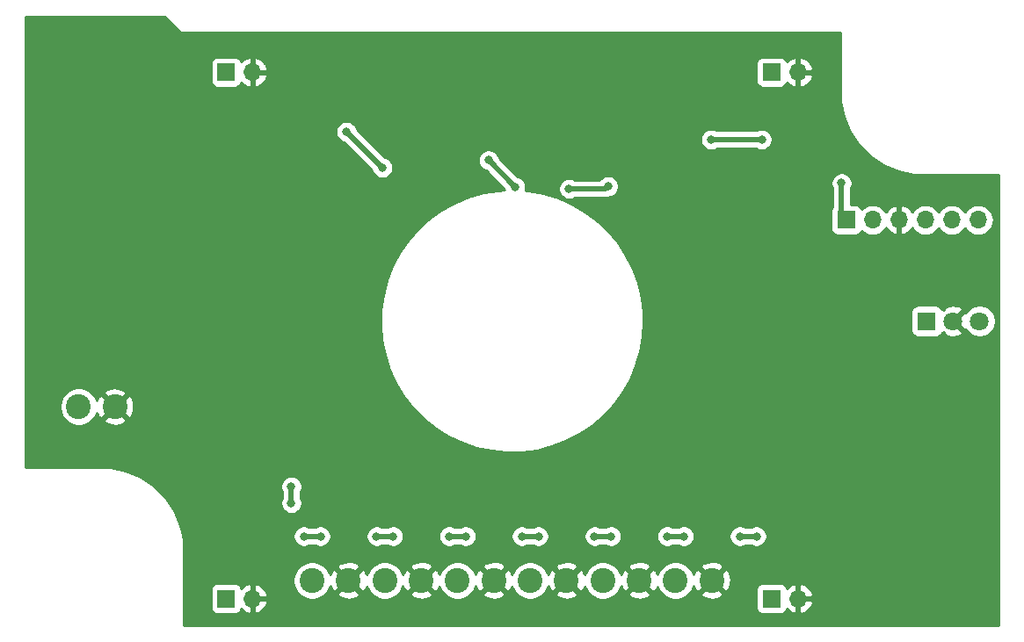
<source format=gbr>
G04 #@! TF.GenerationSoftware,KiCad,Pcbnew,(5.1.0)-1*
G04 #@! TF.CreationDate,2019-04-30T23:12:18+02:00*
G04 #@! TF.ProjectId,ArcJoy,4172634a-6f79-42e6-9b69-6361645f7063,1*
G04 #@! TF.SameCoordinates,Original*
G04 #@! TF.FileFunction,Copper,L2,Bot*
G04 #@! TF.FilePolarity,Positive*
%FSLAX46Y46*%
G04 Gerber Fmt 4.6, Leading zero omitted, Abs format (unit mm)*
G04 Created by KiCad (PCBNEW (5.1.0)-1) date 2019-04-30 23:12:18*
%MOMM*%
%LPD*%
G04 APERTURE LIST*
%ADD10C,2.400000*%
%ADD11C,1.800000*%
%ADD12R,1.800000X1.800000*%
%ADD13O,1.700000X1.700000*%
%ADD14R,1.700000X1.700000*%
%ADD15C,0.800000*%
%ADD16C,0.500000*%
%ADD17C,0.254000*%
G04 APERTURE END LIST*
D10*
X89250000Y-88250000D03*
X85750000Y-88250000D03*
D11*
X172540000Y-80000000D03*
X170000000Y-80000000D03*
D12*
X167460000Y-80000000D03*
D10*
X125750000Y-105000000D03*
X122250000Y-105000000D03*
D13*
X102500000Y-56000000D03*
D14*
X99960000Y-56000000D03*
D13*
X155040000Y-56000000D03*
D14*
X152500000Y-56000000D03*
D10*
X146750000Y-105000000D03*
X143250000Y-105000000D03*
X139750000Y-105000000D03*
X136250000Y-105000000D03*
X132750000Y-105000000D03*
X129250000Y-105000000D03*
X118750000Y-105000000D03*
X115250000Y-105000000D03*
X111750000Y-105000000D03*
X108250000Y-105000000D03*
D13*
X102500000Y-106750000D03*
D14*
X99960000Y-106750000D03*
D13*
X155040000Y-106750000D03*
D14*
X152500000Y-106750000D03*
D13*
X172410000Y-70250000D03*
X169870000Y-70250000D03*
X167330000Y-70250000D03*
X164790000Y-70250000D03*
X162250000Y-70250000D03*
D14*
X159710000Y-70250000D03*
D15*
X159250000Y-66700000D03*
X106250000Y-95950000D03*
X106250000Y-97550000D03*
X107450000Y-100750000D03*
X109050000Y-100750000D03*
X114450000Y-100750000D03*
X116050000Y-100750000D03*
X121450000Y-100750000D03*
X123050000Y-100750000D03*
X128450000Y-100750000D03*
X130050000Y-100750000D03*
X135450000Y-100750000D03*
X137050000Y-100750000D03*
X142450000Y-100750000D03*
X144050000Y-100750000D03*
X149450000Y-100750000D03*
X151050000Y-100750000D03*
X111550000Y-61750000D03*
X115013816Y-65213816D03*
X125249970Y-64499970D03*
X127817200Y-67064176D03*
X133000000Y-67250030D03*
X136750030Y-67000000D03*
X146699950Y-62500000D03*
X151550000Y-62500000D03*
X142500000Y-59750000D03*
X141000000Y-59750000D03*
X139250000Y-59750000D03*
X137750000Y-59750000D03*
X135250000Y-59750000D03*
X88500000Y-70750000D03*
X134250000Y-52561360D03*
X134250000Y-61362460D03*
X126137980Y-62750000D03*
X126170275Y-59420275D03*
X122500000Y-60260100D03*
X122500000Y-59160280D03*
X122500000Y-54761000D03*
X122500000Y-53661180D03*
X122500000Y-52561360D03*
X126000000Y-53110000D03*
X126000000Y-54212360D03*
X88500000Y-65250000D03*
X88500000Y-63750000D03*
X88500000Y-72250000D03*
X87500000Y-73750000D03*
X93500000Y-66900000D03*
X93500000Y-69440000D03*
X93500000Y-71980000D03*
X93500000Y-74520000D03*
X93500000Y-77060000D03*
X93500000Y-79600000D03*
X136750000Y-59750000D03*
D16*
X159250000Y-69790000D02*
X159710000Y-70250000D01*
X159250000Y-66700000D02*
X159250000Y-69790000D01*
X106250000Y-95950000D02*
X106250000Y-97550000D01*
X107450000Y-100750000D02*
X109050000Y-100750000D01*
X114450000Y-100750000D02*
X116050000Y-100750000D01*
X121450000Y-100750000D02*
X123050000Y-100750000D01*
X128450000Y-100750000D02*
X130050000Y-100750000D01*
X135450000Y-100750000D02*
X137050000Y-100750000D01*
X142450000Y-100750000D02*
X144050000Y-100750000D01*
X149450000Y-100750000D02*
X151050000Y-100750000D01*
X111550000Y-61750000D02*
X115000000Y-65200000D01*
X115000000Y-65200000D02*
X115013816Y-65213816D01*
X125249970Y-64499970D02*
X127750000Y-67000000D01*
X127750000Y-67000000D02*
X127753024Y-67000000D01*
X127753024Y-67000000D02*
X127817200Y-67064176D01*
X133000000Y-67250030D02*
X136500000Y-67250030D01*
X136500000Y-67250030D02*
X136750030Y-67000000D01*
X146699950Y-62500000D02*
X151550000Y-62500000D01*
D17*
G36*
X95260388Y-51943769D02*
G01*
X95281052Y-51968948D01*
X95381550Y-52051425D01*
X95496207Y-52112710D01*
X95620617Y-52150450D01*
X95717581Y-52160000D01*
X95717590Y-52160000D01*
X95749999Y-52163192D01*
X95782408Y-52160000D01*
X159123000Y-52160000D01*
X159123000Y-58775817D01*
X159425709Y-60297636D01*
X160019494Y-61731158D01*
X160881535Y-63021295D01*
X161978705Y-64118465D01*
X163268842Y-64980506D01*
X164702364Y-65574291D01*
X166224183Y-65877000D01*
X174340000Y-65877000D01*
X174340001Y-109340000D01*
X95877000Y-109340000D01*
X95877000Y-105900000D01*
X98471928Y-105900000D01*
X98471928Y-107600000D01*
X98484188Y-107724482D01*
X98520498Y-107844180D01*
X98579463Y-107954494D01*
X98658815Y-108051185D01*
X98755506Y-108130537D01*
X98865820Y-108189502D01*
X98985518Y-108225812D01*
X99110000Y-108238072D01*
X100810000Y-108238072D01*
X100934482Y-108225812D01*
X101054180Y-108189502D01*
X101164494Y-108130537D01*
X101261185Y-108051185D01*
X101340537Y-107954494D01*
X101399502Y-107844180D01*
X101423966Y-107763534D01*
X101499731Y-107847588D01*
X101733080Y-108021641D01*
X101995901Y-108146825D01*
X102143110Y-108191476D01*
X102373000Y-108070155D01*
X102373000Y-106877000D01*
X102627000Y-106877000D01*
X102627000Y-108070155D01*
X102856890Y-108191476D01*
X103004099Y-108146825D01*
X103266920Y-108021641D01*
X103500269Y-107847588D01*
X103695178Y-107631355D01*
X103844157Y-107381252D01*
X103941481Y-107106891D01*
X103820814Y-106877000D01*
X102627000Y-106877000D01*
X102373000Y-106877000D01*
X102353000Y-106877000D01*
X102353000Y-106623000D01*
X102373000Y-106623000D01*
X102373000Y-105429845D01*
X102627000Y-105429845D01*
X102627000Y-106623000D01*
X103820814Y-106623000D01*
X103941481Y-106393109D01*
X103844157Y-106118748D01*
X103695178Y-105868645D01*
X103500269Y-105652412D01*
X103266920Y-105478359D01*
X103004099Y-105353175D01*
X102856890Y-105308524D01*
X102627000Y-105429845D01*
X102373000Y-105429845D01*
X102143110Y-105308524D01*
X101995901Y-105353175D01*
X101733080Y-105478359D01*
X101499731Y-105652412D01*
X101423966Y-105736466D01*
X101399502Y-105655820D01*
X101340537Y-105545506D01*
X101261185Y-105448815D01*
X101164494Y-105369463D01*
X101054180Y-105310498D01*
X100934482Y-105274188D01*
X100810000Y-105261928D01*
X99110000Y-105261928D01*
X98985518Y-105274188D01*
X98865820Y-105310498D01*
X98755506Y-105369463D01*
X98658815Y-105448815D01*
X98579463Y-105545506D01*
X98520498Y-105655820D01*
X98484188Y-105775518D01*
X98471928Y-105900000D01*
X95877000Y-105900000D01*
X95877000Y-104819268D01*
X106415000Y-104819268D01*
X106415000Y-105180732D01*
X106485518Y-105535250D01*
X106623844Y-105869199D01*
X106824662Y-106169744D01*
X107080256Y-106425338D01*
X107380801Y-106626156D01*
X107714750Y-106764482D01*
X108069268Y-106835000D01*
X108430732Y-106835000D01*
X108785250Y-106764482D01*
X109119199Y-106626156D01*
X109419744Y-106425338D01*
X109567102Y-106277980D01*
X110651626Y-106277980D01*
X110771514Y-106562836D01*
X111095210Y-106723699D01*
X111444069Y-106818322D01*
X111804684Y-106843067D01*
X112163198Y-106796985D01*
X112505833Y-106681846D01*
X112728486Y-106562836D01*
X112848374Y-106277980D01*
X111750000Y-105179605D01*
X110651626Y-106277980D01*
X109567102Y-106277980D01*
X109675338Y-106169744D01*
X109876156Y-105869199D01*
X110003190Y-105562511D01*
X110068154Y-105755833D01*
X110187164Y-105978486D01*
X110472020Y-106098374D01*
X111570395Y-105000000D01*
X111929605Y-105000000D01*
X113027980Y-106098374D01*
X113312836Y-105978486D01*
X113473699Y-105654790D01*
X113497969Y-105565310D01*
X113623844Y-105869199D01*
X113824662Y-106169744D01*
X114080256Y-106425338D01*
X114380801Y-106626156D01*
X114714750Y-106764482D01*
X115069268Y-106835000D01*
X115430732Y-106835000D01*
X115785250Y-106764482D01*
X116119199Y-106626156D01*
X116419744Y-106425338D01*
X116567102Y-106277980D01*
X117651626Y-106277980D01*
X117771514Y-106562836D01*
X118095210Y-106723699D01*
X118444069Y-106818322D01*
X118804684Y-106843067D01*
X119163198Y-106796985D01*
X119505833Y-106681846D01*
X119728486Y-106562836D01*
X119848374Y-106277980D01*
X118750000Y-105179605D01*
X117651626Y-106277980D01*
X116567102Y-106277980D01*
X116675338Y-106169744D01*
X116876156Y-105869199D01*
X117003190Y-105562511D01*
X117068154Y-105755833D01*
X117187164Y-105978486D01*
X117472020Y-106098374D01*
X118570395Y-105000000D01*
X118929605Y-105000000D01*
X120027980Y-106098374D01*
X120312836Y-105978486D01*
X120473699Y-105654790D01*
X120497969Y-105565310D01*
X120623844Y-105869199D01*
X120824662Y-106169744D01*
X121080256Y-106425338D01*
X121380801Y-106626156D01*
X121714750Y-106764482D01*
X122069268Y-106835000D01*
X122430732Y-106835000D01*
X122785250Y-106764482D01*
X123119199Y-106626156D01*
X123419744Y-106425338D01*
X123567102Y-106277980D01*
X124651626Y-106277980D01*
X124771514Y-106562836D01*
X125095210Y-106723699D01*
X125444069Y-106818322D01*
X125804684Y-106843067D01*
X126163198Y-106796985D01*
X126505833Y-106681846D01*
X126728486Y-106562836D01*
X126848374Y-106277980D01*
X125750000Y-105179605D01*
X124651626Y-106277980D01*
X123567102Y-106277980D01*
X123675338Y-106169744D01*
X123876156Y-105869199D01*
X124003190Y-105562511D01*
X124068154Y-105755833D01*
X124187164Y-105978486D01*
X124472020Y-106098374D01*
X125570395Y-105000000D01*
X125929605Y-105000000D01*
X127027980Y-106098374D01*
X127312836Y-105978486D01*
X127473699Y-105654790D01*
X127497969Y-105565310D01*
X127623844Y-105869199D01*
X127824662Y-106169744D01*
X128080256Y-106425338D01*
X128380801Y-106626156D01*
X128714750Y-106764482D01*
X129069268Y-106835000D01*
X129430732Y-106835000D01*
X129785250Y-106764482D01*
X130119199Y-106626156D01*
X130419744Y-106425338D01*
X130567102Y-106277980D01*
X131651626Y-106277980D01*
X131771514Y-106562836D01*
X132095210Y-106723699D01*
X132444069Y-106818322D01*
X132804684Y-106843067D01*
X133163198Y-106796985D01*
X133505833Y-106681846D01*
X133728486Y-106562836D01*
X133848374Y-106277980D01*
X132750000Y-105179605D01*
X131651626Y-106277980D01*
X130567102Y-106277980D01*
X130675338Y-106169744D01*
X130876156Y-105869199D01*
X131003190Y-105562511D01*
X131068154Y-105755833D01*
X131187164Y-105978486D01*
X131472020Y-106098374D01*
X132570395Y-105000000D01*
X132929605Y-105000000D01*
X134027980Y-106098374D01*
X134312836Y-105978486D01*
X134473699Y-105654790D01*
X134497969Y-105565310D01*
X134623844Y-105869199D01*
X134824662Y-106169744D01*
X135080256Y-106425338D01*
X135380801Y-106626156D01*
X135714750Y-106764482D01*
X136069268Y-106835000D01*
X136430732Y-106835000D01*
X136785250Y-106764482D01*
X137119199Y-106626156D01*
X137419744Y-106425338D01*
X137567102Y-106277980D01*
X138651626Y-106277980D01*
X138771514Y-106562836D01*
X139095210Y-106723699D01*
X139444069Y-106818322D01*
X139804684Y-106843067D01*
X140163198Y-106796985D01*
X140505833Y-106681846D01*
X140728486Y-106562836D01*
X140848374Y-106277980D01*
X139750000Y-105179605D01*
X138651626Y-106277980D01*
X137567102Y-106277980D01*
X137675338Y-106169744D01*
X137876156Y-105869199D01*
X138003190Y-105562511D01*
X138068154Y-105755833D01*
X138187164Y-105978486D01*
X138472020Y-106098374D01*
X139570395Y-105000000D01*
X139929605Y-105000000D01*
X141027980Y-106098374D01*
X141312836Y-105978486D01*
X141473699Y-105654790D01*
X141497969Y-105565310D01*
X141623844Y-105869199D01*
X141824662Y-106169744D01*
X142080256Y-106425338D01*
X142380801Y-106626156D01*
X142714750Y-106764482D01*
X143069268Y-106835000D01*
X143430732Y-106835000D01*
X143785250Y-106764482D01*
X144119199Y-106626156D01*
X144419744Y-106425338D01*
X144567102Y-106277980D01*
X145651626Y-106277980D01*
X145771514Y-106562836D01*
X146095210Y-106723699D01*
X146444069Y-106818322D01*
X146804684Y-106843067D01*
X147163198Y-106796985D01*
X147505833Y-106681846D01*
X147728486Y-106562836D01*
X147848374Y-106277980D01*
X146750000Y-105179605D01*
X145651626Y-106277980D01*
X144567102Y-106277980D01*
X144675338Y-106169744D01*
X144876156Y-105869199D01*
X145003190Y-105562511D01*
X145068154Y-105755833D01*
X145187164Y-105978486D01*
X145472020Y-106098374D01*
X146570395Y-105000000D01*
X146929605Y-105000000D01*
X148027980Y-106098374D01*
X148312836Y-105978486D01*
X148351840Y-105900000D01*
X151011928Y-105900000D01*
X151011928Y-107600000D01*
X151024188Y-107724482D01*
X151060498Y-107844180D01*
X151119463Y-107954494D01*
X151198815Y-108051185D01*
X151295506Y-108130537D01*
X151405820Y-108189502D01*
X151525518Y-108225812D01*
X151650000Y-108238072D01*
X153350000Y-108238072D01*
X153474482Y-108225812D01*
X153594180Y-108189502D01*
X153704494Y-108130537D01*
X153801185Y-108051185D01*
X153880537Y-107954494D01*
X153939502Y-107844180D01*
X153963966Y-107763534D01*
X154039731Y-107847588D01*
X154273080Y-108021641D01*
X154535901Y-108146825D01*
X154683110Y-108191476D01*
X154913000Y-108070155D01*
X154913000Y-106877000D01*
X155167000Y-106877000D01*
X155167000Y-108070155D01*
X155396890Y-108191476D01*
X155544099Y-108146825D01*
X155806920Y-108021641D01*
X156040269Y-107847588D01*
X156235178Y-107631355D01*
X156384157Y-107381252D01*
X156481481Y-107106891D01*
X156360814Y-106877000D01*
X155167000Y-106877000D01*
X154913000Y-106877000D01*
X154893000Y-106877000D01*
X154893000Y-106623000D01*
X154913000Y-106623000D01*
X154913000Y-105429845D01*
X155167000Y-105429845D01*
X155167000Y-106623000D01*
X156360814Y-106623000D01*
X156481481Y-106393109D01*
X156384157Y-106118748D01*
X156235178Y-105868645D01*
X156040269Y-105652412D01*
X155806920Y-105478359D01*
X155544099Y-105353175D01*
X155396890Y-105308524D01*
X155167000Y-105429845D01*
X154913000Y-105429845D01*
X154683110Y-105308524D01*
X154535901Y-105353175D01*
X154273080Y-105478359D01*
X154039731Y-105652412D01*
X153963966Y-105736466D01*
X153939502Y-105655820D01*
X153880537Y-105545506D01*
X153801185Y-105448815D01*
X153704494Y-105369463D01*
X153594180Y-105310498D01*
X153474482Y-105274188D01*
X153350000Y-105261928D01*
X151650000Y-105261928D01*
X151525518Y-105274188D01*
X151405820Y-105310498D01*
X151295506Y-105369463D01*
X151198815Y-105448815D01*
X151119463Y-105545506D01*
X151060498Y-105655820D01*
X151024188Y-105775518D01*
X151011928Y-105900000D01*
X148351840Y-105900000D01*
X148473699Y-105654790D01*
X148568322Y-105305931D01*
X148593067Y-104945316D01*
X148546985Y-104586802D01*
X148431846Y-104244167D01*
X148312836Y-104021514D01*
X148027980Y-103901626D01*
X146929605Y-105000000D01*
X146570395Y-105000000D01*
X145472020Y-103901626D01*
X145187164Y-104021514D01*
X145026301Y-104345210D01*
X145002031Y-104434690D01*
X144876156Y-104130801D01*
X144675338Y-103830256D01*
X144567102Y-103722020D01*
X145651626Y-103722020D01*
X146750000Y-104820395D01*
X147848374Y-103722020D01*
X147728486Y-103437164D01*
X147404790Y-103276301D01*
X147055931Y-103181678D01*
X146695316Y-103156933D01*
X146336802Y-103203015D01*
X145994167Y-103318154D01*
X145771514Y-103437164D01*
X145651626Y-103722020D01*
X144567102Y-103722020D01*
X144419744Y-103574662D01*
X144119199Y-103373844D01*
X143785250Y-103235518D01*
X143430732Y-103165000D01*
X143069268Y-103165000D01*
X142714750Y-103235518D01*
X142380801Y-103373844D01*
X142080256Y-103574662D01*
X141824662Y-103830256D01*
X141623844Y-104130801D01*
X141496810Y-104437489D01*
X141431846Y-104244167D01*
X141312836Y-104021514D01*
X141027980Y-103901626D01*
X139929605Y-105000000D01*
X139570395Y-105000000D01*
X138472020Y-103901626D01*
X138187164Y-104021514D01*
X138026301Y-104345210D01*
X138002031Y-104434690D01*
X137876156Y-104130801D01*
X137675338Y-103830256D01*
X137567102Y-103722020D01*
X138651626Y-103722020D01*
X139750000Y-104820395D01*
X140848374Y-103722020D01*
X140728486Y-103437164D01*
X140404790Y-103276301D01*
X140055931Y-103181678D01*
X139695316Y-103156933D01*
X139336802Y-103203015D01*
X138994167Y-103318154D01*
X138771514Y-103437164D01*
X138651626Y-103722020D01*
X137567102Y-103722020D01*
X137419744Y-103574662D01*
X137119199Y-103373844D01*
X136785250Y-103235518D01*
X136430732Y-103165000D01*
X136069268Y-103165000D01*
X135714750Y-103235518D01*
X135380801Y-103373844D01*
X135080256Y-103574662D01*
X134824662Y-103830256D01*
X134623844Y-104130801D01*
X134496810Y-104437489D01*
X134431846Y-104244167D01*
X134312836Y-104021514D01*
X134027980Y-103901626D01*
X132929605Y-105000000D01*
X132570395Y-105000000D01*
X131472020Y-103901626D01*
X131187164Y-104021514D01*
X131026301Y-104345210D01*
X131002031Y-104434690D01*
X130876156Y-104130801D01*
X130675338Y-103830256D01*
X130567102Y-103722020D01*
X131651626Y-103722020D01*
X132750000Y-104820395D01*
X133848374Y-103722020D01*
X133728486Y-103437164D01*
X133404790Y-103276301D01*
X133055931Y-103181678D01*
X132695316Y-103156933D01*
X132336802Y-103203015D01*
X131994167Y-103318154D01*
X131771514Y-103437164D01*
X131651626Y-103722020D01*
X130567102Y-103722020D01*
X130419744Y-103574662D01*
X130119199Y-103373844D01*
X129785250Y-103235518D01*
X129430732Y-103165000D01*
X129069268Y-103165000D01*
X128714750Y-103235518D01*
X128380801Y-103373844D01*
X128080256Y-103574662D01*
X127824662Y-103830256D01*
X127623844Y-104130801D01*
X127496810Y-104437489D01*
X127431846Y-104244167D01*
X127312836Y-104021514D01*
X127027980Y-103901626D01*
X125929605Y-105000000D01*
X125570395Y-105000000D01*
X124472020Y-103901626D01*
X124187164Y-104021514D01*
X124026301Y-104345210D01*
X124002031Y-104434690D01*
X123876156Y-104130801D01*
X123675338Y-103830256D01*
X123567102Y-103722020D01*
X124651626Y-103722020D01*
X125750000Y-104820395D01*
X126848374Y-103722020D01*
X126728486Y-103437164D01*
X126404790Y-103276301D01*
X126055931Y-103181678D01*
X125695316Y-103156933D01*
X125336802Y-103203015D01*
X124994167Y-103318154D01*
X124771514Y-103437164D01*
X124651626Y-103722020D01*
X123567102Y-103722020D01*
X123419744Y-103574662D01*
X123119199Y-103373844D01*
X122785250Y-103235518D01*
X122430732Y-103165000D01*
X122069268Y-103165000D01*
X121714750Y-103235518D01*
X121380801Y-103373844D01*
X121080256Y-103574662D01*
X120824662Y-103830256D01*
X120623844Y-104130801D01*
X120496810Y-104437489D01*
X120431846Y-104244167D01*
X120312836Y-104021514D01*
X120027980Y-103901626D01*
X118929605Y-105000000D01*
X118570395Y-105000000D01*
X117472020Y-103901626D01*
X117187164Y-104021514D01*
X117026301Y-104345210D01*
X117002031Y-104434690D01*
X116876156Y-104130801D01*
X116675338Y-103830256D01*
X116567102Y-103722020D01*
X117651626Y-103722020D01*
X118750000Y-104820395D01*
X119848374Y-103722020D01*
X119728486Y-103437164D01*
X119404790Y-103276301D01*
X119055931Y-103181678D01*
X118695316Y-103156933D01*
X118336802Y-103203015D01*
X117994167Y-103318154D01*
X117771514Y-103437164D01*
X117651626Y-103722020D01*
X116567102Y-103722020D01*
X116419744Y-103574662D01*
X116119199Y-103373844D01*
X115785250Y-103235518D01*
X115430732Y-103165000D01*
X115069268Y-103165000D01*
X114714750Y-103235518D01*
X114380801Y-103373844D01*
X114080256Y-103574662D01*
X113824662Y-103830256D01*
X113623844Y-104130801D01*
X113496810Y-104437489D01*
X113431846Y-104244167D01*
X113312836Y-104021514D01*
X113027980Y-103901626D01*
X111929605Y-105000000D01*
X111570395Y-105000000D01*
X110472020Y-103901626D01*
X110187164Y-104021514D01*
X110026301Y-104345210D01*
X110002031Y-104434690D01*
X109876156Y-104130801D01*
X109675338Y-103830256D01*
X109567102Y-103722020D01*
X110651626Y-103722020D01*
X111750000Y-104820395D01*
X112848374Y-103722020D01*
X112728486Y-103437164D01*
X112404790Y-103276301D01*
X112055931Y-103181678D01*
X111695316Y-103156933D01*
X111336802Y-103203015D01*
X110994167Y-103318154D01*
X110771514Y-103437164D01*
X110651626Y-103722020D01*
X109567102Y-103722020D01*
X109419744Y-103574662D01*
X109119199Y-103373844D01*
X108785250Y-103235518D01*
X108430732Y-103165000D01*
X108069268Y-103165000D01*
X107714750Y-103235518D01*
X107380801Y-103373844D01*
X107080256Y-103574662D01*
X106824662Y-103830256D01*
X106623844Y-104130801D01*
X106485518Y-104464750D01*
X106415000Y-104819268D01*
X95877000Y-104819268D01*
X95877000Y-101224183D01*
X95762403Y-100648061D01*
X106415000Y-100648061D01*
X106415000Y-100851939D01*
X106454774Y-101051898D01*
X106532795Y-101240256D01*
X106646063Y-101409774D01*
X106790226Y-101553937D01*
X106959744Y-101667205D01*
X107148102Y-101745226D01*
X107348061Y-101785000D01*
X107551939Y-101785000D01*
X107751898Y-101745226D01*
X107940256Y-101667205D01*
X107988454Y-101635000D01*
X108511546Y-101635000D01*
X108559744Y-101667205D01*
X108748102Y-101745226D01*
X108948061Y-101785000D01*
X109151939Y-101785000D01*
X109351898Y-101745226D01*
X109540256Y-101667205D01*
X109709774Y-101553937D01*
X109853937Y-101409774D01*
X109967205Y-101240256D01*
X110045226Y-101051898D01*
X110085000Y-100851939D01*
X110085000Y-100648061D01*
X113415000Y-100648061D01*
X113415000Y-100851939D01*
X113454774Y-101051898D01*
X113532795Y-101240256D01*
X113646063Y-101409774D01*
X113790226Y-101553937D01*
X113959744Y-101667205D01*
X114148102Y-101745226D01*
X114348061Y-101785000D01*
X114551939Y-101785000D01*
X114751898Y-101745226D01*
X114940256Y-101667205D01*
X114988454Y-101635000D01*
X115511546Y-101635000D01*
X115559744Y-101667205D01*
X115748102Y-101745226D01*
X115948061Y-101785000D01*
X116151939Y-101785000D01*
X116351898Y-101745226D01*
X116540256Y-101667205D01*
X116709774Y-101553937D01*
X116853937Y-101409774D01*
X116967205Y-101240256D01*
X117045226Y-101051898D01*
X117085000Y-100851939D01*
X117085000Y-100648061D01*
X120415000Y-100648061D01*
X120415000Y-100851939D01*
X120454774Y-101051898D01*
X120532795Y-101240256D01*
X120646063Y-101409774D01*
X120790226Y-101553937D01*
X120959744Y-101667205D01*
X121148102Y-101745226D01*
X121348061Y-101785000D01*
X121551939Y-101785000D01*
X121751898Y-101745226D01*
X121940256Y-101667205D01*
X121988454Y-101635000D01*
X122511546Y-101635000D01*
X122559744Y-101667205D01*
X122748102Y-101745226D01*
X122948061Y-101785000D01*
X123151939Y-101785000D01*
X123351898Y-101745226D01*
X123540256Y-101667205D01*
X123709774Y-101553937D01*
X123853937Y-101409774D01*
X123967205Y-101240256D01*
X124045226Y-101051898D01*
X124085000Y-100851939D01*
X124085000Y-100648061D01*
X127415000Y-100648061D01*
X127415000Y-100851939D01*
X127454774Y-101051898D01*
X127532795Y-101240256D01*
X127646063Y-101409774D01*
X127790226Y-101553937D01*
X127959744Y-101667205D01*
X128148102Y-101745226D01*
X128348061Y-101785000D01*
X128551939Y-101785000D01*
X128751898Y-101745226D01*
X128940256Y-101667205D01*
X128988454Y-101635000D01*
X129511546Y-101635000D01*
X129559744Y-101667205D01*
X129748102Y-101745226D01*
X129948061Y-101785000D01*
X130151939Y-101785000D01*
X130351898Y-101745226D01*
X130540256Y-101667205D01*
X130709774Y-101553937D01*
X130853937Y-101409774D01*
X130967205Y-101240256D01*
X131045226Y-101051898D01*
X131085000Y-100851939D01*
X131085000Y-100648061D01*
X134415000Y-100648061D01*
X134415000Y-100851939D01*
X134454774Y-101051898D01*
X134532795Y-101240256D01*
X134646063Y-101409774D01*
X134790226Y-101553937D01*
X134959744Y-101667205D01*
X135148102Y-101745226D01*
X135348061Y-101785000D01*
X135551939Y-101785000D01*
X135751898Y-101745226D01*
X135940256Y-101667205D01*
X135988454Y-101635000D01*
X136511546Y-101635000D01*
X136559744Y-101667205D01*
X136748102Y-101745226D01*
X136948061Y-101785000D01*
X137151939Y-101785000D01*
X137351898Y-101745226D01*
X137540256Y-101667205D01*
X137709774Y-101553937D01*
X137853937Y-101409774D01*
X137967205Y-101240256D01*
X138045226Y-101051898D01*
X138085000Y-100851939D01*
X138085000Y-100648061D01*
X141415000Y-100648061D01*
X141415000Y-100851939D01*
X141454774Y-101051898D01*
X141532795Y-101240256D01*
X141646063Y-101409774D01*
X141790226Y-101553937D01*
X141959744Y-101667205D01*
X142148102Y-101745226D01*
X142348061Y-101785000D01*
X142551939Y-101785000D01*
X142751898Y-101745226D01*
X142940256Y-101667205D01*
X142988454Y-101635000D01*
X143511546Y-101635000D01*
X143559744Y-101667205D01*
X143748102Y-101745226D01*
X143948061Y-101785000D01*
X144151939Y-101785000D01*
X144351898Y-101745226D01*
X144540256Y-101667205D01*
X144709774Y-101553937D01*
X144853937Y-101409774D01*
X144967205Y-101240256D01*
X145045226Y-101051898D01*
X145085000Y-100851939D01*
X145085000Y-100648061D01*
X148415000Y-100648061D01*
X148415000Y-100851939D01*
X148454774Y-101051898D01*
X148532795Y-101240256D01*
X148646063Y-101409774D01*
X148790226Y-101553937D01*
X148959744Y-101667205D01*
X149148102Y-101745226D01*
X149348061Y-101785000D01*
X149551939Y-101785000D01*
X149751898Y-101745226D01*
X149940256Y-101667205D01*
X149988454Y-101635000D01*
X150511546Y-101635000D01*
X150559744Y-101667205D01*
X150748102Y-101745226D01*
X150948061Y-101785000D01*
X151151939Y-101785000D01*
X151351898Y-101745226D01*
X151540256Y-101667205D01*
X151709774Y-101553937D01*
X151853937Y-101409774D01*
X151967205Y-101240256D01*
X152045226Y-101051898D01*
X152085000Y-100851939D01*
X152085000Y-100648061D01*
X152045226Y-100448102D01*
X151967205Y-100259744D01*
X151853937Y-100090226D01*
X151709774Y-99946063D01*
X151540256Y-99832795D01*
X151351898Y-99754774D01*
X151151939Y-99715000D01*
X150948061Y-99715000D01*
X150748102Y-99754774D01*
X150559744Y-99832795D01*
X150511546Y-99865000D01*
X149988454Y-99865000D01*
X149940256Y-99832795D01*
X149751898Y-99754774D01*
X149551939Y-99715000D01*
X149348061Y-99715000D01*
X149148102Y-99754774D01*
X148959744Y-99832795D01*
X148790226Y-99946063D01*
X148646063Y-100090226D01*
X148532795Y-100259744D01*
X148454774Y-100448102D01*
X148415000Y-100648061D01*
X145085000Y-100648061D01*
X145045226Y-100448102D01*
X144967205Y-100259744D01*
X144853937Y-100090226D01*
X144709774Y-99946063D01*
X144540256Y-99832795D01*
X144351898Y-99754774D01*
X144151939Y-99715000D01*
X143948061Y-99715000D01*
X143748102Y-99754774D01*
X143559744Y-99832795D01*
X143511546Y-99865000D01*
X142988454Y-99865000D01*
X142940256Y-99832795D01*
X142751898Y-99754774D01*
X142551939Y-99715000D01*
X142348061Y-99715000D01*
X142148102Y-99754774D01*
X141959744Y-99832795D01*
X141790226Y-99946063D01*
X141646063Y-100090226D01*
X141532795Y-100259744D01*
X141454774Y-100448102D01*
X141415000Y-100648061D01*
X138085000Y-100648061D01*
X138045226Y-100448102D01*
X137967205Y-100259744D01*
X137853937Y-100090226D01*
X137709774Y-99946063D01*
X137540256Y-99832795D01*
X137351898Y-99754774D01*
X137151939Y-99715000D01*
X136948061Y-99715000D01*
X136748102Y-99754774D01*
X136559744Y-99832795D01*
X136511546Y-99865000D01*
X135988454Y-99865000D01*
X135940256Y-99832795D01*
X135751898Y-99754774D01*
X135551939Y-99715000D01*
X135348061Y-99715000D01*
X135148102Y-99754774D01*
X134959744Y-99832795D01*
X134790226Y-99946063D01*
X134646063Y-100090226D01*
X134532795Y-100259744D01*
X134454774Y-100448102D01*
X134415000Y-100648061D01*
X131085000Y-100648061D01*
X131045226Y-100448102D01*
X130967205Y-100259744D01*
X130853937Y-100090226D01*
X130709774Y-99946063D01*
X130540256Y-99832795D01*
X130351898Y-99754774D01*
X130151939Y-99715000D01*
X129948061Y-99715000D01*
X129748102Y-99754774D01*
X129559744Y-99832795D01*
X129511546Y-99865000D01*
X128988454Y-99865000D01*
X128940256Y-99832795D01*
X128751898Y-99754774D01*
X128551939Y-99715000D01*
X128348061Y-99715000D01*
X128148102Y-99754774D01*
X127959744Y-99832795D01*
X127790226Y-99946063D01*
X127646063Y-100090226D01*
X127532795Y-100259744D01*
X127454774Y-100448102D01*
X127415000Y-100648061D01*
X124085000Y-100648061D01*
X124045226Y-100448102D01*
X123967205Y-100259744D01*
X123853937Y-100090226D01*
X123709774Y-99946063D01*
X123540256Y-99832795D01*
X123351898Y-99754774D01*
X123151939Y-99715000D01*
X122948061Y-99715000D01*
X122748102Y-99754774D01*
X122559744Y-99832795D01*
X122511546Y-99865000D01*
X121988454Y-99865000D01*
X121940256Y-99832795D01*
X121751898Y-99754774D01*
X121551939Y-99715000D01*
X121348061Y-99715000D01*
X121148102Y-99754774D01*
X120959744Y-99832795D01*
X120790226Y-99946063D01*
X120646063Y-100090226D01*
X120532795Y-100259744D01*
X120454774Y-100448102D01*
X120415000Y-100648061D01*
X117085000Y-100648061D01*
X117045226Y-100448102D01*
X116967205Y-100259744D01*
X116853937Y-100090226D01*
X116709774Y-99946063D01*
X116540256Y-99832795D01*
X116351898Y-99754774D01*
X116151939Y-99715000D01*
X115948061Y-99715000D01*
X115748102Y-99754774D01*
X115559744Y-99832795D01*
X115511546Y-99865000D01*
X114988454Y-99865000D01*
X114940256Y-99832795D01*
X114751898Y-99754774D01*
X114551939Y-99715000D01*
X114348061Y-99715000D01*
X114148102Y-99754774D01*
X113959744Y-99832795D01*
X113790226Y-99946063D01*
X113646063Y-100090226D01*
X113532795Y-100259744D01*
X113454774Y-100448102D01*
X113415000Y-100648061D01*
X110085000Y-100648061D01*
X110045226Y-100448102D01*
X109967205Y-100259744D01*
X109853937Y-100090226D01*
X109709774Y-99946063D01*
X109540256Y-99832795D01*
X109351898Y-99754774D01*
X109151939Y-99715000D01*
X108948061Y-99715000D01*
X108748102Y-99754774D01*
X108559744Y-99832795D01*
X108511546Y-99865000D01*
X107988454Y-99865000D01*
X107940256Y-99832795D01*
X107751898Y-99754774D01*
X107551939Y-99715000D01*
X107348061Y-99715000D01*
X107148102Y-99754774D01*
X106959744Y-99832795D01*
X106790226Y-99946063D01*
X106646063Y-100090226D01*
X106532795Y-100259744D01*
X106454774Y-100448102D01*
X106415000Y-100648061D01*
X95762403Y-100648061D01*
X95574291Y-99702364D01*
X94980506Y-98268842D01*
X94118465Y-96978705D01*
X93021295Y-95881535D01*
X92971198Y-95848061D01*
X105215000Y-95848061D01*
X105215000Y-96051939D01*
X105254774Y-96251898D01*
X105332795Y-96440256D01*
X105365000Y-96488455D01*
X105365001Y-97011545D01*
X105332795Y-97059744D01*
X105254774Y-97248102D01*
X105215000Y-97448061D01*
X105215000Y-97651939D01*
X105254774Y-97851898D01*
X105332795Y-98040256D01*
X105446063Y-98209774D01*
X105590226Y-98353937D01*
X105759744Y-98467205D01*
X105948102Y-98545226D01*
X106148061Y-98585000D01*
X106351939Y-98585000D01*
X106551898Y-98545226D01*
X106740256Y-98467205D01*
X106909774Y-98353937D01*
X107053937Y-98209774D01*
X107167205Y-98040256D01*
X107245226Y-97851898D01*
X107285000Y-97651939D01*
X107285000Y-97448061D01*
X107245226Y-97248102D01*
X107167205Y-97059744D01*
X107135000Y-97011546D01*
X107135000Y-96488454D01*
X107167205Y-96440256D01*
X107245226Y-96251898D01*
X107285000Y-96051939D01*
X107285000Y-95848061D01*
X107245226Y-95648102D01*
X107167205Y-95459744D01*
X107053937Y-95290226D01*
X106909774Y-95146063D01*
X106740256Y-95032795D01*
X106551898Y-94954774D01*
X106351939Y-94915000D01*
X106148061Y-94915000D01*
X105948102Y-94954774D01*
X105759744Y-95032795D01*
X105590226Y-95146063D01*
X105446063Y-95290226D01*
X105332795Y-95459744D01*
X105254774Y-95648102D01*
X105215000Y-95848061D01*
X92971198Y-95848061D01*
X91731158Y-95019494D01*
X90297636Y-94425709D01*
X88775817Y-94123000D01*
X80660000Y-94123000D01*
X80660000Y-88069268D01*
X83915000Y-88069268D01*
X83915000Y-88430732D01*
X83985518Y-88785250D01*
X84123844Y-89119199D01*
X84324662Y-89419744D01*
X84580256Y-89675338D01*
X84880801Y-89876156D01*
X85214750Y-90014482D01*
X85569268Y-90085000D01*
X85930732Y-90085000D01*
X86285250Y-90014482D01*
X86619199Y-89876156D01*
X86919744Y-89675338D01*
X87067102Y-89527980D01*
X88151626Y-89527980D01*
X88271514Y-89812836D01*
X88595210Y-89973699D01*
X88944069Y-90068322D01*
X89304684Y-90093067D01*
X89663198Y-90046985D01*
X90005833Y-89931846D01*
X90228486Y-89812836D01*
X90348374Y-89527980D01*
X89250000Y-88429605D01*
X88151626Y-89527980D01*
X87067102Y-89527980D01*
X87175338Y-89419744D01*
X87376156Y-89119199D01*
X87503190Y-88812511D01*
X87568154Y-89005833D01*
X87687164Y-89228486D01*
X87972020Y-89348374D01*
X89070395Y-88250000D01*
X89429605Y-88250000D01*
X90527980Y-89348374D01*
X90812836Y-89228486D01*
X90973699Y-88904790D01*
X91068322Y-88555931D01*
X91093067Y-88195316D01*
X91046985Y-87836802D01*
X90931846Y-87494167D01*
X90812836Y-87271514D01*
X90527980Y-87151626D01*
X89429605Y-88250000D01*
X89070395Y-88250000D01*
X87972020Y-87151626D01*
X87687164Y-87271514D01*
X87526301Y-87595210D01*
X87502031Y-87684690D01*
X87376156Y-87380801D01*
X87175338Y-87080256D01*
X87067102Y-86972020D01*
X88151626Y-86972020D01*
X89250000Y-88070395D01*
X90348374Y-86972020D01*
X90228486Y-86687164D01*
X89904790Y-86526301D01*
X89555931Y-86431678D01*
X89195316Y-86406933D01*
X88836802Y-86453015D01*
X88494167Y-86568154D01*
X88271514Y-86687164D01*
X88151626Y-86972020D01*
X87067102Y-86972020D01*
X86919744Y-86824662D01*
X86619199Y-86623844D01*
X86285250Y-86485518D01*
X85930732Y-86415000D01*
X85569268Y-86415000D01*
X85214750Y-86485518D01*
X84880801Y-86623844D01*
X84580256Y-86824662D01*
X84324662Y-87080256D01*
X84123844Y-87380801D01*
X83985518Y-87714750D01*
X83915000Y-88069268D01*
X80660000Y-88069268D01*
X80660000Y-80398288D01*
X114826257Y-80398288D01*
X114956027Y-81852333D01*
X115252061Y-83281825D01*
X115710434Y-84667819D01*
X116325072Y-85991944D01*
X117087828Y-87236648D01*
X117988592Y-88385434D01*
X119015424Y-89423076D01*
X120154715Y-90335820D01*
X121391363Y-91111569D01*
X122708979Y-91740039D01*
X124090097Y-92212901D01*
X125516411Y-92523888D01*
X126969017Y-92668877D01*
X128428660Y-92645948D01*
X129875995Y-92455402D01*
X131291837Y-92099767D01*
X132657421Y-91583756D01*
X133954645Y-90914209D01*
X135166317Y-90099999D01*
X136276375Y-89151920D01*
X137270108Y-88082536D01*
X138134343Y-86906023D01*
X138857625Y-85637974D01*
X139430368Y-84295197D01*
X139844980Y-82895489D01*
X140095967Y-81457403D01*
X140180000Y-80000000D01*
X140154979Y-79203816D01*
X140142416Y-79100000D01*
X165921928Y-79100000D01*
X165921928Y-80900000D01*
X165934188Y-81024482D01*
X165970498Y-81144180D01*
X166029463Y-81254494D01*
X166108815Y-81351185D01*
X166205506Y-81430537D01*
X166315820Y-81489502D01*
X166435518Y-81525812D01*
X166560000Y-81538072D01*
X168360000Y-81538072D01*
X168484482Y-81525812D01*
X168604180Y-81489502D01*
X168714494Y-81430537D01*
X168811185Y-81351185D01*
X168890537Y-81254494D01*
X168949502Y-81144180D01*
X168952813Y-81133265D01*
X168999578Y-81180030D01*
X169115526Y-81064082D01*
X169199208Y-81318261D01*
X169471775Y-81449158D01*
X169764642Y-81524365D01*
X170066553Y-81540991D01*
X170365907Y-81498397D01*
X170651199Y-81398222D01*
X170800792Y-81318261D01*
X170884475Y-81064080D01*
X170000000Y-80179605D01*
X169985858Y-80193748D01*
X169806253Y-80014143D01*
X169820395Y-80000000D01*
X170179605Y-80000000D01*
X171064080Y-80884475D01*
X171245049Y-80824895D01*
X171347688Y-80978505D01*
X171561495Y-81192312D01*
X171812905Y-81360299D01*
X172092257Y-81476011D01*
X172388816Y-81535000D01*
X172691184Y-81535000D01*
X172987743Y-81476011D01*
X173267095Y-81360299D01*
X173518505Y-81192312D01*
X173732312Y-80978505D01*
X173900299Y-80727095D01*
X174016011Y-80447743D01*
X174075000Y-80151184D01*
X174075000Y-79848816D01*
X174016011Y-79552257D01*
X173900299Y-79272905D01*
X173732312Y-79021495D01*
X173518505Y-78807688D01*
X173267095Y-78639701D01*
X172987743Y-78523989D01*
X172691184Y-78465000D01*
X172388816Y-78465000D01*
X172092257Y-78523989D01*
X171812905Y-78639701D01*
X171561495Y-78807688D01*
X171347688Y-79021495D01*
X171245049Y-79175105D01*
X171064080Y-79115525D01*
X170179605Y-80000000D01*
X169820395Y-80000000D01*
X169806253Y-79985858D01*
X169985858Y-79806253D01*
X170000000Y-79820395D01*
X170884475Y-78935920D01*
X170800792Y-78681739D01*
X170528225Y-78550842D01*
X170235358Y-78475635D01*
X169933447Y-78459009D01*
X169634093Y-78501603D01*
X169348801Y-78601778D01*
X169199208Y-78681739D01*
X169115526Y-78935918D01*
X168999578Y-78819970D01*
X168952813Y-78866735D01*
X168949502Y-78855820D01*
X168890537Y-78745506D01*
X168811185Y-78648815D01*
X168714494Y-78569463D01*
X168604180Y-78510498D01*
X168484482Y-78474188D01*
X168360000Y-78461928D01*
X166560000Y-78461928D01*
X166435518Y-78474188D01*
X166315820Y-78510498D01*
X166205506Y-78569463D01*
X166108815Y-78648815D01*
X166029463Y-78745506D01*
X165970498Y-78855820D01*
X165934188Y-78975518D01*
X165921928Y-79100000D01*
X140142416Y-79100000D01*
X139979600Y-77754565D01*
X139638811Y-76335077D01*
X139137129Y-74964165D01*
X138481202Y-73660000D01*
X137679726Y-72439869D01*
X136743322Y-71319943D01*
X135684403Y-70315066D01*
X134517005Y-69438559D01*
X133256600Y-68702037D01*
X131919894Y-68115264D01*
X130524604Y-67686017D01*
X129089225Y-67419986D01*
X128798310Y-67400153D01*
X128812426Y-67366074D01*
X128852200Y-67166115D01*
X128852200Y-67148091D01*
X131965000Y-67148091D01*
X131965000Y-67351969D01*
X132004774Y-67551928D01*
X132082795Y-67740286D01*
X132196063Y-67909804D01*
X132340226Y-68053967D01*
X132509744Y-68167235D01*
X132698102Y-68245256D01*
X132898061Y-68285030D01*
X133101939Y-68285030D01*
X133301898Y-68245256D01*
X133490256Y-68167235D01*
X133538454Y-68135030D01*
X136456531Y-68135030D01*
X136500000Y-68139311D01*
X136543469Y-68135030D01*
X136543477Y-68135030D01*
X136673490Y-68122225D01*
X136840313Y-68071619D01*
X136942521Y-68016988D01*
X137051928Y-67995226D01*
X137240286Y-67917205D01*
X137409804Y-67803937D01*
X137553967Y-67659774D01*
X137667235Y-67490256D01*
X137745256Y-67301898D01*
X137785030Y-67101939D01*
X137785030Y-66898061D01*
X137745256Y-66698102D01*
X137703818Y-66598061D01*
X158215000Y-66598061D01*
X158215000Y-66801939D01*
X158254774Y-67001898D01*
X158332795Y-67190256D01*
X158365000Y-67238455D01*
X158365001Y-69002203D01*
X158329463Y-69045506D01*
X158270498Y-69155820D01*
X158234188Y-69275518D01*
X158221928Y-69400000D01*
X158221928Y-71100000D01*
X158234188Y-71224482D01*
X158270498Y-71344180D01*
X158329463Y-71454494D01*
X158408815Y-71551185D01*
X158505506Y-71630537D01*
X158615820Y-71689502D01*
X158735518Y-71725812D01*
X158860000Y-71738072D01*
X160560000Y-71738072D01*
X160684482Y-71725812D01*
X160804180Y-71689502D01*
X160914494Y-71630537D01*
X161011185Y-71551185D01*
X161090537Y-71454494D01*
X161149502Y-71344180D01*
X161170393Y-71275313D01*
X161194866Y-71305134D01*
X161420986Y-71490706D01*
X161678966Y-71628599D01*
X161958889Y-71713513D01*
X162177050Y-71735000D01*
X162322950Y-71735000D01*
X162541111Y-71713513D01*
X162821034Y-71628599D01*
X163079014Y-71490706D01*
X163305134Y-71305134D01*
X163490706Y-71079014D01*
X163525201Y-71014477D01*
X163594822Y-71131355D01*
X163789731Y-71347588D01*
X164023080Y-71521641D01*
X164285901Y-71646825D01*
X164433110Y-71691476D01*
X164663000Y-71570155D01*
X164663000Y-70377000D01*
X164643000Y-70377000D01*
X164643000Y-70123000D01*
X164663000Y-70123000D01*
X164663000Y-68929845D01*
X164917000Y-68929845D01*
X164917000Y-70123000D01*
X164937000Y-70123000D01*
X164937000Y-70377000D01*
X164917000Y-70377000D01*
X164917000Y-71570155D01*
X165146890Y-71691476D01*
X165294099Y-71646825D01*
X165556920Y-71521641D01*
X165790269Y-71347588D01*
X165985178Y-71131355D01*
X166054799Y-71014477D01*
X166089294Y-71079014D01*
X166274866Y-71305134D01*
X166500986Y-71490706D01*
X166758966Y-71628599D01*
X167038889Y-71713513D01*
X167257050Y-71735000D01*
X167402950Y-71735000D01*
X167621111Y-71713513D01*
X167901034Y-71628599D01*
X168159014Y-71490706D01*
X168385134Y-71305134D01*
X168570706Y-71079014D01*
X168600000Y-71024209D01*
X168629294Y-71079014D01*
X168814866Y-71305134D01*
X169040986Y-71490706D01*
X169298966Y-71628599D01*
X169578889Y-71713513D01*
X169797050Y-71735000D01*
X169942950Y-71735000D01*
X170161111Y-71713513D01*
X170441034Y-71628599D01*
X170699014Y-71490706D01*
X170925134Y-71305134D01*
X171110706Y-71079014D01*
X171140000Y-71024209D01*
X171169294Y-71079014D01*
X171354866Y-71305134D01*
X171580986Y-71490706D01*
X171838966Y-71628599D01*
X172118889Y-71713513D01*
X172337050Y-71735000D01*
X172482950Y-71735000D01*
X172701111Y-71713513D01*
X172981034Y-71628599D01*
X173239014Y-71490706D01*
X173465134Y-71305134D01*
X173650706Y-71079014D01*
X173788599Y-70821034D01*
X173873513Y-70541111D01*
X173902185Y-70250000D01*
X173873513Y-69958889D01*
X173788599Y-69678966D01*
X173650706Y-69420986D01*
X173465134Y-69194866D01*
X173239014Y-69009294D01*
X172981034Y-68871401D01*
X172701111Y-68786487D01*
X172482950Y-68765000D01*
X172337050Y-68765000D01*
X172118889Y-68786487D01*
X171838966Y-68871401D01*
X171580986Y-69009294D01*
X171354866Y-69194866D01*
X171169294Y-69420986D01*
X171140000Y-69475791D01*
X171110706Y-69420986D01*
X170925134Y-69194866D01*
X170699014Y-69009294D01*
X170441034Y-68871401D01*
X170161111Y-68786487D01*
X169942950Y-68765000D01*
X169797050Y-68765000D01*
X169578889Y-68786487D01*
X169298966Y-68871401D01*
X169040986Y-69009294D01*
X168814866Y-69194866D01*
X168629294Y-69420986D01*
X168600000Y-69475791D01*
X168570706Y-69420986D01*
X168385134Y-69194866D01*
X168159014Y-69009294D01*
X167901034Y-68871401D01*
X167621111Y-68786487D01*
X167402950Y-68765000D01*
X167257050Y-68765000D01*
X167038889Y-68786487D01*
X166758966Y-68871401D01*
X166500986Y-69009294D01*
X166274866Y-69194866D01*
X166089294Y-69420986D01*
X166054799Y-69485523D01*
X165985178Y-69368645D01*
X165790269Y-69152412D01*
X165556920Y-68978359D01*
X165294099Y-68853175D01*
X165146890Y-68808524D01*
X164917000Y-68929845D01*
X164663000Y-68929845D01*
X164433110Y-68808524D01*
X164285901Y-68853175D01*
X164023080Y-68978359D01*
X163789731Y-69152412D01*
X163594822Y-69368645D01*
X163525201Y-69485523D01*
X163490706Y-69420986D01*
X163305134Y-69194866D01*
X163079014Y-69009294D01*
X162821034Y-68871401D01*
X162541111Y-68786487D01*
X162322950Y-68765000D01*
X162177050Y-68765000D01*
X161958889Y-68786487D01*
X161678966Y-68871401D01*
X161420986Y-69009294D01*
X161194866Y-69194866D01*
X161170393Y-69224687D01*
X161149502Y-69155820D01*
X161090537Y-69045506D01*
X161011185Y-68948815D01*
X160914494Y-68869463D01*
X160804180Y-68810498D01*
X160684482Y-68774188D01*
X160560000Y-68761928D01*
X160135000Y-68761928D01*
X160135000Y-67238454D01*
X160167205Y-67190256D01*
X160245226Y-67001898D01*
X160285000Y-66801939D01*
X160285000Y-66598061D01*
X160245226Y-66398102D01*
X160167205Y-66209744D01*
X160053937Y-66040226D01*
X159909774Y-65896063D01*
X159740256Y-65782795D01*
X159551898Y-65704774D01*
X159351939Y-65665000D01*
X159148061Y-65665000D01*
X158948102Y-65704774D01*
X158759744Y-65782795D01*
X158590226Y-65896063D01*
X158446063Y-66040226D01*
X158332795Y-66209744D01*
X158254774Y-66398102D01*
X158215000Y-66598061D01*
X137703818Y-66598061D01*
X137667235Y-66509744D01*
X137553967Y-66340226D01*
X137409804Y-66196063D01*
X137240286Y-66082795D01*
X137051928Y-66004774D01*
X136851969Y-65965000D01*
X136648091Y-65965000D01*
X136448132Y-66004774D01*
X136259774Y-66082795D01*
X136090256Y-66196063D01*
X135946093Y-66340226D01*
X135929520Y-66365030D01*
X133538454Y-66365030D01*
X133490256Y-66332825D01*
X133301898Y-66254804D01*
X133101939Y-66215030D01*
X132898061Y-66215030D01*
X132698102Y-66254804D01*
X132509744Y-66332825D01*
X132340226Y-66446093D01*
X132196063Y-66590256D01*
X132082795Y-66759774D01*
X132004774Y-66948132D01*
X131965000Y-67148091D01*
X128852200Y-67148091D01*
X128852200Y-66962237D01*
X128812426Y-66762278D01*
X128734405Y-66573920D01*
X128621137Y-66404402D01*
X128476974Y-66260239D01*
X128307456Y-66146971D01*
X128119098Y-66068950D01*
X128058469Y-66056890D01*
X126256505Y-64254927D01*
X126245196Y-64198072D01*
X126167175Y-64009714D01*
X126053907Y-63840196D01*
X125909744Y-63696033D01*
X125740226Y-63582765D01*
X125551868Y-63504744D01*
X125351909Y-63464970D01*
X125148031Y-63464970D01*
X124948072Y-63504744D01*
X124759714Y-63582765D01*
X124590196Y-63696033D01*
X124446033Y-63840196D01*
X124332765Y-64009714D01*
X124254744Y-64198072D01*
X124214970Y-64398031D01*
X124214970Y-64601909D01*
X124254744Y-64801868D01*
X124332765Y-64990226D01*
X124446033Y-65159744D01*
X124590196Y-65303907D01*
X124759714Y-65417175D01*
X124948072Y-65495196D01*
X125004927Y-65506505D01*
X126811416Y-67312995D01*
X126820567Y-67358998D01*
X126174579Y-67389462D01*
X124733944Y-67625375D01*
X123329971Y-68025308D01*
X121981270Y-68583958D01*
X120705716Y-69293922D01*
X119520217Y-70145789D01*
X118440486Y-71128269D01*
X117480834Y-72228339D01*
X116653981Y-73431418D01*
X115970886Y-74721560D01*
X115440603Y-76081665D01*
X115070162Y-77493705D01*
X114864471Y-78938965D01*
X114826257Y-80398288D01*
X80660000Y-80398288D01*
X80660000Y-61648061D01*
X110515000Y-61648061D01*
X110515000Y-61851939D01*
X110554774Y-62051898D01*
X110632795Y-62240256D01*
X110746063Y-62409774D01*
X110890226Y-62553937D01*
X111059744Y-62667205D01*
X111248102Y-62745226D01*
X111304957Y-62756535D01*
X114007281Y-65458860D01*
X114018590Y-65515714D01*
X114096611Y-65704072D01*
X114209879Y-65873590D01*
X114354042Y-66017753D01*
X114523560Y-66131021D01*
X114711918Y-66209042D01*
X114911877Y-66248816D01*
X115115755Y-66248816D01*
X115315714Y-66209042D01*
X115504072Y-66131021D01*
X115673590Y-66017753D01*
X115817753Y-65873590D01*
X115931021Y-65704072D01*
X116009042Y-65515714D01*
X116048816Y-65315755D01*
X116048816Y-65111877D01*
X116009042Y-64911918D01*
X115931021Y-64723560D01*
X115817753Y-64554042D01*
X115673590Y-64409879D01*
X115504072Y-64296611D01*
X115315714Y-64218590D01*
X115258860Y-64207281D01*
X113449640Y-62398061D01*
X145664950Y-62398061D01*
X145664950Y-62601939D01*
X145704724Y-62801898D01*
X145782745Y-62990256D01*
X145896013Y-63159774D01*
X146040176Y-63303937D01*
X146209694Y-63417205D01*
X146398052Y-63495226D01*
X146598011Y-63535000D01*
X146801889Y-63535000D01*
X147001848Y-63495226D01*
X147190206Y-63417205D01*
X147238404Y-63385000D01*
X151011546Y-63385000D01*
X151059744Y-63417205D01*
X151248102Y-63495226D01*
X151448061Y-63535000D01*
X151651939Y-63535000D01*
X151851898Y-63495226D01*
X152040256Y-63417205D01*
X152209774Y-63303937D01*
X152353937Y-63159774D01*
X152467205Y-62990256D01*
X152545226Y-62801898D01*
X152585000Y-62601939D01*
X152585000Y-62398061D01*
X152545226Y-62198102D01*
X152467205Y-62009744D01*
X152353937Y-61840226D01*
X152209774Y-61696063D01*
X152040256Y-61582795D01*
X151851898Y-61504774D01*
X151651939Y-61465000D01*
X151448061Y-61465000D01*
X151248102Y-61504774D01*
X151059744Y-61582795D01*
X151011546Y-61615000D01*
X147238404Y-61615000D01*
X147190206Y-61582795D01*
X147001848Y-61504774D01*
X146801889Y-61465000D01*
X146598011Y-61465000D01*
X146398052Y-61504774D01*
X146209694Y-61582795D01*
X146040176Y-61696063D01*
X145896013Y-61840226D01*
X145782745Y-62009744D01*
X145704724Y-62198102D01*
X145664950Y-62398061D01*
X113449640Y-62398061D01*
X112556535Y-61504957D01*
X112545226Y-61448102D01*
X112467205Y-61259744D01*
X112353937Y-61090226D01*
X112209774Y-60946063D01*
X112040256Y-60832795D01*
X111851898Y-60754774D01*
X111651939Y-60715000D01*
X111448061Y-60715000D01*
X111248102Y-60754774D01*
X111059744Y-60832795D01*
X110890226Y-60946063D01*
X110746063Y-61090226D01*
X110632795Y-61259744D01*
X110554774Y-61448102D01*
X110515000Y-61648061D01*
X80660000Y-61648061D01*
X80660000Y-55150000D01*
X98471928Y-55150000D01*
X98471928Y-56850000D01*
X98484188Y-56974482D01*
X98520498Y-57094180D01*
X98579463Y-57204494D01*
X98658815Y-57301185D01*
X98755506Y-57380537D01*
X98865820Y-57439502D01*
X98985518Y-57475812D01*
X99110000Y-57488072D01*
X100810000Y-57488072D01*
X100934482Y-57475812D01*
X101054180Y-57439502D01*
X101164494Y-57380537D01*
X101261185Y-57301185D01*
X101340537Y-57204494D01*
X101399502Y-57094180D01*
X101423966Y-57013534D01*
X101499731Y-57097588D01*
X101733080Y-57271641D01*
X101995901Y-57396825D01*
X102143110Y-57441476D01*
X102373000Y-57320155D01*
X102373000Y-56127000D01*
X102627000Y-56127000D01*
X102627000Y-57320155D01*
X102856890Y-57441476D01*
X103004099Y-57396825D01*
X103266920Y-57271641D01*
X103500269Y-57097588D01*
X103695178Y-56881355D01*
X103844157Y-56631252D01*
X103941481Y-56356891D01*
X103820814Y-56127000D01*
X102627000Y-56127000D01*
X102373000Y-56127000D01*
X102353000Y-56127000D01*
X102353000Y-55873000D01*
X102373000Y-55873000D01*
X102373000Y-54679845D01*
X102627000Y-54679845D01*
X102627000Y-55873000D01*
X103820814Y-55873000D01*
X103941481Y-55643109D01*
X103844157Y-55368748D01*
X103713856Y-55150000D01*
X151011928Y-55150000D01*
X151011928Y-56850000D01*
X151024188Y-56974482D01*
X151060498Y-57094180D01*
X151119463Y-57204494D01*
X151198815Y-57301185D01*
X151295506Y-57380537D01*
X151405820Y-57439502D01*
X151525518Y-57475812D01*
X151650000Y-57488072D01*
X153350000Y-57488072D01*
X153474482Y-57475812D01*
X153594180Y-57439502D01*
X153704494Y-57380537D01*
X153801185Y-57301185D01*
X153880537Y-57204494D01*
X153939502Y-57094180D01*
X153963966Y-57013534D01*
X154039731Y-57097588D01*
X154273080Y-57271641D01*
X154535901Y-57396825D01*
X154683110Y-57441476D01*
X154913000Y-57320155D01*
X154913000Y-56127000D01*
X155167000Y-56127000D01*
X155167000Y-57320155D01*
X155396890Y-57441476D01*
X155544099Y-57396825D01*
X155806920Y-57271641D01*
X156040269Y-57097588D01*
X156235178Y-56881355D01*
X156384157Y-56631252D01*
X156481481Y-56356891D01*
X156360814Y-56127000D01*
X155167000Y-56127000D01*
X154913000Y-56127000D01*
X154893000Y-56127000D01*
X154893000Y-55873000D01*
X154913000Y-55873000D01*
X154913000Y-54679845D01*
X155167000Y-54679845D01*
X155167000Y-55873000D01*
X156360814Y-55873000D01*
X156481481Y-55643109D01*
X156384157Y-55368748D01*
X156235178Y-55118645D01*
X156040269Y-54902412D01*
X155806920Y-54728359D01*
X155544099Y-54603175D01*
X155396890Y-54558524D01*
X155167000Y-54679845D01*
X154913000Y-54679845D01*
X154683110Y-54558524D01*
X154535901Y-54603175D01*
X154273080Y-54728359D01*
X154039731Y-54902412D01*
X153963966Y-54986466D01*
X153939502Y-54905820D01*
X153880537Y-54795506D01*
X153801185Y-54698815D01*
X153704494Y-54619463D01*
X153594180Y-54560498D01*
X153474482Y-54524188D01*
X153350000Y-54511928D01*
X151650000Y-54511928D01*
X151525518Y-54524188D01*
X151405820Y-54560498D01*
X151295506Y-54619463D01*
X151198815Y-54698815D01*
X151119463Y-54795506D01*
X151060498Y-54905820D01*
X151024188Y-55025518D01*
X151011928Y-55150000D01*
X103713856Y-55150000D01*
X103695178Y-55118645D01*
X103500269Y-54902412D01*
X103266920Y-54728359D01*
X103004099Y-54603175D01*
X102856890Y-54558524D01*
X102627000Y-54679845D01*
X102373000Y-54679845D01*
X102143110Y-54558524D01*
X101995901Y-54603175D01*
X101733080Y-54728359D01*
X101499731Y-54902412D01*
X101423966Y-54986466D01*
X101399502Y-54905820D01*
X101340537Y-54795506D01*
X101261185Y-54698815D01*
X101164494Y-54619463D01*
X101054180Y-54560498D01*
X100934482Y-54524188D01*
X100810000Y-54511928D01*
X99110000Y-54511928D01*
X98985518Y-54524188D01*
X98865820Y-54560498D01*
X98755506Y-54619463D01*
X98658815Y-54698815D01*
X98579463Y-54795506D01*
X98520498Y-54905820D01*
X98484188Y-55025518D01*
X98471928Y-55150000D01*
X80660000Y-55150000D01*
X80660000Y-50660000D01*
X93976620Y-50660000D01*
X95260388Y-51943769D01*
X95260388Y-51943769D01*
G37*
X95260388Y-51943769D02*
X95281052Y-51968948D01*
X95381550Y-52051425D01*
X95496207Y-52112710D01*
X95620617Y-52150450D01*
X95717581Y-52160000D01*
X95717590Y-52160000D01*
X95749999Y-52163192D01*
X95782408Y-52160000D01*
X159123000Y-52160000D01*
X159123000Y-58775817D01*
X159425709Y-60297636D01*
X160019494Y-61731158D01*
X160881535Y-63021295D01*
X161978705Y-64118465D01*
X163268842Y-64980506D01*
X164702364Y-65574291D01*
X166224183Y-65877000D01*
X174340000Y-65877000D01*
X174340001Y-109340000D01*
X95877000Y-109340000D01*
X95877000Y-105900000D01*
X98471928Y-105900000D01*
X98471928Y-107600000D01*
X98484188Y-107724482D01*
X98520498Y-107844180D01*
X98579463Y-107954494D01*
X98658815Y-108051185D01*
X98755506Y-108130537D01*
X98865820Y-108189502D01*
X98985518Y-108225812D01*
X99110000Y-108238072D01*
X100810000Y-108238072D01*
X100934482Y-108225812D01*
X101054180Y-108189502D01*
X101164494Y-108130537D01*
X101261185Y-108051185D01*
X101340537Y-107954494D01*
X101399502Y-107844180D01*
X101423966Y-107763534D01*
X101499731Y-107847588D01*
X101733080Y-108021641D01*
X101995901Y-108146825D01*
X102143110Y-108191476D01*
X102373000Y-108070155D01*
X102373000Y-106877000D01*
X102627000Y-106877000D01*
X102627000Y-108070155D01*
X102856890Y-108191476D01*
X103004099Y-108146825D01*
X103266920Y-108021641D01*
X103500269Y-107847588D01*
X103695178Y-107631355D01*
X103844157Y-107381252D01*
X103941481Y-107106891D01*
X103820814Y-106877000D01*
X102627000Y-106877000D01*
X102373000Y-106877000D01*
X102353000Y-106877000D01*
X102353000Y-106623000D01*
X102373000Y-106623000D01*
X102373000Y-105429845D01*
X102627000Y-105429845D01*
X102627000Y-106623000D01*
X103820814Y-106623000D01*
X103941481Y-106393109D01*
X103844157Y-106118748D01*
X103695178Y-105868645D01*
X103500269Y-105652412D01*
X103266920Y-105478359D01*
X103004099Y-105353175D01*
X102856890Y-105308524D01*
X102627000Y-105429845D01*
X102373000Y-105429845D01*
X102143110Y-105308524D01*
X101995901Y-105353175D01*
X101733080Y-105478359D01*
X101499731Y-105652412D01*
X101423966Y-105736466D01*
X101399502Y-105655820D01*
X101340537Y-105545506D01*
X101261185Y-105448815D01*
X101164494Y-105369463D01*
X101054180Y-105310498D01*
X100934482Y-105274188D01*
X100810000Y-105261928D01*
X99110000Y-105261928D01*
X98985518Y-105274188D01*
X98865820Y-105310498D01*
X98755506Y-105369463D01*
X98658815Y-105448815D01*
X98579463Y-105545506D01*
X98520498Y-105655820D01*
X98484188Y-105775518D01*
X98471928Y-105900000D01*
X95877000Y-105900000D01*
X95877000Y-104819268D01*
X106415000Y-104819268D01*
X106415000Y-105180732D01*
X106485518Y-105535250D01*
X106623844Y-105869199D01*
X106824662Y-106169744D01*
X107080256Y-106425338D01*
X107380801Y-106626156D01*
X107714750Y-106764482D01*
X108069268Y-106835000D01*
X108430732Y-106835000D01*
X108785250Y-106764482D01*
X109119199Y-106626156D01*
X109419744Y-106425338D01*
X109567102Y-106277980D01*
X110651626Y-106277980D01*
X110771514Y-106562836D01*
X111095210Y-106723699D01*
X111444069Y-106818322D01*
X111804684Y-106843067D01*
X112163198Y-106796985D01*
X112505833Y-106681846D01*
X112728486Y-106562836D01*
X112848374Y-106277980D01*
X111750000Y-105179605D01*
X110651626Y-106277980D01*
X109567102Y-106277980D01*
X109675338Y-106169744D01*
X109876156Y-105869199D01*
X110003190Y-105562511D01*
X110068154Y-105755833D01*
X110187164Y-105978486D01*
X110472020Y-106098374D01*
X111570395Y-105000000D01*
X111929605Y-105000000D01*
X113027980Y-106098374D01*
X113312836Y-105978486D01*
X113473699Y-105654790D01*
X113497969Y-105565310D01*
X113623844Y-105869199D01*
X113824662Y-106169744D01*
X114080256Y-106425338D01*
X114380801Y-106626156D01*
X114714750Y-106764482D01*
X115069268Y-106835000D01*
X115430732Y-106835000D01*
X115785250Y-106764482D01*
X116119199Y-106626156D01*
X116419744Y-106425338D01*
X116567102Y-106277980D01*
X117651626Y-106277980D01*
X117771514Y-106562836D01*
X118095210Y-106723699D01*
X118444069Y-106818322D01*
X118804684Y-106843067D01*
X119163198Y-106796985D01*
X119505833Y-106681846D01*
X119728486Y-106562836D01*
X119848374Y-106277980D01*
X118750000Y-105179605D01*
X117651626Y-106277980D01*
X116567102Y-106277980D01*
X116675338Y-106169744D01*
X116876156Y-105869199D01*
X117003190Y-105562511D01*
X117068154Y-105755833D01*
X117187164Y-105978486D01*
X117472020Y-106098374D01*
X118570395Y-105000000D01*
X118929605Y-105000000D01*
X120027980Y-106098374D01*
X120312836Y-105978486D01*
X120473699Y-105654790D01*
X120497969Y-105565310D01*
X120623844Y-105869199D01*
X120824662Y-106169744D01*
X121080256Y-106425338D01*
X121380801Y-106626156D01*
X121714750Y-106764482D01*
X122069268Y-106835000D01*
X122430732Y-106835000D01*
X122785250Y-106764482D01*
X123119199Y-106626156D01*
X123419744Y-106425338D01*
X123567102Y-106277980D01*
X124651626Y-106277980D01*
X124771514Y-106562836D01*
X125095210Y-106723699D01*
X125444069Y-106818322D01*
X125804684Y-106843067D01*
X126163198Y-106796985D01*
X126505833Y-106681846D01*
X126728486Y-106562836D01*
X126848374Y-106277980D01*
X125750000Y-105179605D01*
X124651626Y-106277980D01*
X123567102Y-106277980D01*
X123675338Y-106169744D01*
X123876156Y-105869199D01*
X124003190Y-105562511D01*
X124068154Y-105755833D01*
X124187164Y-105978486D01*
X124472020Y-106098374D01*
X125570395Y-105000000D01*
X125929605Y-105000000D01*
X127027980Y-106098374D01*
X127312836Y-105978486D01*
X127473699Y-105654790D01*
X127497969Y-105565310D01*
X127623844Y-105869199D01*
X127824662Y-106169744D01*
X128080256Y-106425338D01*
X128380801Y-106626156D01*
X128714750Y-106764482D01*
X129069268Y-106835000D01*
X129430732Y-106835000D01*
X129785250Y-106764482D01*
X130119199Y-106626156D01*
X130419744Y-106425338D01*
X130567102Y-106277980D01*
X131651626Y-106277980D01*
X131771514Y-106562836D01*
X132095210Y-106723699D01*
X132444069Y-106818322D01*
X132804684Y-106843067D01*
X133163198Y-106796985D01*
X133505833Y-106681846D01*
X133728486Y-106562836D01*
X133848374Y-106277980D01*
X132750000Y-105179605D01*
X131651626Y-106277980D01*
X130567102Y-106277980D01*
X130675338Y-106169744D01*
X130876156Y-105869199D01*
X131003190Y-105562511D01*
X131068154Y-105755833D01*
X131187164Y-105978486D01*
X131472020Y-106098374D01*
X132570395Y-105000000D01*
X132929605Y-105000000D01*
X134027980Y-106098374D01*
X134312836Y-105978486D01*
X134473699Y-105654790D01*
X134497969Y-105565310D01*
X134623844Y-105869199D01*
X134824662Y-106169744D01*
X135080256Y-106425338D01*
X135380801Y-106626156D01*
X135714750Y-106764482D01*
X136069268Y-106835000D01*
X136430732Y-106835000D01*
X136785250Y-106764482D01*
X137119199Y-106626156D01*
X137419744Y-106425338D01*
X137567102Y-106277980D01*
X138651626Y-106277980D01*
X138771514Y-106562836D01*
X139095210Y-106723699D01*
X139444069Y-106818322D01*
X139804684Y-106843067D01*
X140163198Y-106796985D01*
X140505833Y-106681846D01*
X140728486Y-106562836D01*
X140848374Y-106277980D01*
X139750000Y-105179605D01*
X138651626Y-106277980D01*
X137567102Y-106277980D01*
X137675338Y-106169744D01*
X137876156Y-105869199D01*
X138003190Y-105562511D01*
X138068154Y-105755833D01*
X138187164Y-105978486D01*
X138472020Y-106098374D01*
X139570395Y-105000000D01*
X139929605Y-105000000D01*
X141027980Y-106098374D01*
X141312836Y-105978486D01*
X141473699Y-105654790D01*
X141497969Y-105565310D01*
X141623844Y-105869199D01*
X141824662Y-106169744D01*
X142080256Y-106425338D01*
X142380801Y-106626156D01*
X142714750Y-106764482D01*
X143069268Y-106835000D01*
X143430732Y-106835000D01*
X143785250Y-106764482D01*
X144119199Y-106626156D01*
X144419744Y-106425338D01*
X144567102Y-106277980D01*
X145651626Y-106277980D01*
X145771514Y-106562836D01*
X146095210Y-106723699D01*
X146444069Y-106818322D01*
X146804684Y-106843067D01*
X147163198Y-106796985D01*
X147505833Y-106681846D01*
X147728486Y-106562836D01*
X147848374Y-106277980D01*
X146750000Y-105179605D01*
X145651626Y-106277980D01*
X144567102Y-106277980D01*
X144675338Y-106169744D01*
X144876156Y-105869199D01*
X145003190Y-105562511D01*
X145068154Y-105755833D01*
X145187164Y-105978486D01*
X145472020Y-106098374D01*
X146570395Y-105000000D01*
X146929605Y-105000000D01*
X148027980Y-106098374D01*
X148312836Y-105978486D01*
X148351840Y-105900000D01*
X151011928Y-105900000D01*
X151011928Y-107600000D01*
X151024188Y-107724482D01*
X151060498Y-107844180D01*
X151119463Y-107954494D01*
X151198815Y-108051185D01*
X151295506Y-108130537D01*
X151405820Y-108189502D01*
X151525518Y-108225812D01*
X151650000Y-108238072D01*
X153350000Y-108238072D01*
X153474482Y-108225812D01*
X153594180Y-108189502D01*
X153704494Y-108130537D01*
X153801185Y-108051185D01*
X153880537Y-107954494D01*
X153939502Y-107844180D01*
X153963966Y-107763534D01*
X154039731Y-107847588D01*
X154273080Y-108021641D01*
X154535901Y-108146825D01*
X154683110Y-108191476D01*
X154913000Y-108070155D01*
X154913000Y-106877000D01*
X155167000Y-106877000D01*
X155167000Y-108070155D01*
X155396890Y-108191476D01*
X155544099Y-108146825D01*
X155806920Y-108021641D01*
X156040269Y-107847588D01*
X156235178Y-107631355D01*
X156384157Y-107381252D01*
X156481481Y-107106891D01*
X156360814Y-106877000D01*
X155167000Y-106877000D01*
X154913000Y-106877000D01*
X154893000Y-106877000D01*
X154893000Y-106623000D01*
X154913000Y-106623000D01*
X154913000Y-105429845D01*
X155167000Y-105429845D01*
X155167000Y-106623000D01*
X156360814Y-106623000D01*
X156481481Y-106393109D01*
X156384157Y-106118748D01*
X156235178Y-105868645D01*
X156040269Y-105652412D01*
X155806920Y-105478359D01*
X155544099Y-105353175D01*
X155396890Y-105308524D01*
X155167000Y-105429845D01*
X154913000Y-105429845D01*
X154683110Y-105308524D01*
X154535901Y-105353175D01*
X154273080Y-105478359D01*
X154039731Y-105652412D01*
X153963966Y-105736466D01*
X153939502Y-105655820D01*
X153880537Y-105545506D01*
X153801185Y-105448815D01*
X153704494Y-105369463D01*
X153594180Y-105310498D01*
X153474482Y-105274188D01*
X153350000Y-105261928D01*
X151650000Y-105261928D01*
X151525518Y-105274188D01*
X151405820Y-105310498D01*
X151295506Y-105369463D01*
X151198815Y-105448815D01*
X151119463Y-105545506D01*
X151060498Y-105655820D01*
X151024188Y-105775518D01*
X151011928Y-105900000D01*
X148351840Y-105900000D01*
X148473699Y-105654790D01*
X148568322Y-105305931D01*
X148593067Y-104945316D01*
X148546985Y-104586802D01*
X148431846Y-104244167D01*
X148312836Y-104021514D01*
X148027980Y-103901626D01*
X146929605Y-105000000D01*
X146570395Y-105000000D01*
X145472020Y-103901626D01*
X145187164Y-104021514D01*
X145026301Y-104345210D01*
X145002031Y-104434690D01*
X144876156Y-104130801D01*
X144675338Y-103830256D01*
X144567102Y-103722020D01*
X145651626Y-103722020D01*
X146750000Y-104820395D01*
X147848374Y-103722020D01*
X147728486Y-103437164D01*
X147404790Y-103276301D01*
X147055931Y-103181678D01*
X146695316Y-103156933D01*
X146336802Y-103203015D01*
X145994167Y-103318154D01*
X145771514Y-103437164D01*
X145651626Y-103722020D01*
X144567102Y-103722020D01*
X144419744Y-103574662D01*
X144119199Y-103373844D01*
X143785250Y-103235518D01*
X143430732Y-103165000D01*
X143069268Y-103165000D01*
X142714750Y-103235518D01*
X142380801Y-103373844D01*
X142080256Y-103574662D01*
X141824662Y-103830256D01*
X141623844Y-104130801D01*
X141496810Y-104437489D01*
X141431846Y-104244167D01*
X141312836Y-104021514D01*
X141027980Y-103901626D01*
X139929605Y-105000000D01*
X139570395Y-105000000D01*
X138472020Y-103901626D01*
X138187164Y-104021514D01*
X138026301Y-104345210D01*
X138002031Y-104434690D01*
X137876156Y-104130801D01*
X137675338Y-103830256D01*
X137567102Y-103722020D01*
X138651626Y-103722020D01*
X139750000Y-104820395D01*
X140848374Y-103722020D01*
X140728486Y-103437164D01*
X140404790Y-103276301D01*
X140055931Y-103181678D01*
X139695316Y-103156933D01*
X139336802Y-103203015D01*
X138994167Y-103318154D01*
X138771514Y-103437164D01*
X138651626Y-103722020D01*
X137567102Y-103722020D01*
X137419744Y-103574662D01*
X137119199Y-103373844D01*
X136785250Y-103235518D01*
X136430732Y-103165000D01*
X136069268Y-103165000D01*
X135714750Y-103235518D01*
X135380801Y-103373844D01*
X135080256Y-103574662D01*
X134824662Y-103830256D01*
X134623844Y-104130801D01*
X134496810Y-104437489D01*
X134431846Y-104244167D01*
X134312836Y-104021514D01*
X134027980Y-103901626D01*
X132929605Y-105000000D01*
X132570395Y-105000000D01*
X131472020Y-103901626D01*
X131187164Y-104021514D01*
X131026301Y-104345210D01*
X131002031Y-104434690D01*
X130876156Y-104130801D01*
X130675338Y-103830256D01*
X130567102Y-103722020D01*
X131651626Y-103722020D01*
X132750000Y-104820395D01*
X133848374Y-103722020D01*
X133728486Y-103437164D01*
X133404790Y-103276301D01*
X133055931Y-103181678D01*
X132695316Y-103156933D01*
X132336802Y-103203015D01*
X131994167Y-103318154D01*
X131771514Y-103437164D01*
X131651626Y-103722020D01*
X130567102Y-103722020D01*
X130419744Y-103574662D01*
X130119199Y-103373844D01*
X129785250Y-103235518D01*
X129430732Y-103165000D01*
X129069268Y-103165000D01*
X128714750Y-103235518D01*
X128380801Y-103373844D01*
X128080256Y-103574662D01*
X127824662Y-103830256D01*
X127623844Y-104130801D01*
X127496810Y-104437489D01*
X127431846Y-104244167D01*
X127312836Y-104021514D01*
X127027980Y-103901626D01*
X125929605Y-105000000D01*
X125570395Y-105000000D01*
X124472020Y-103901626D01*
X124187164Y-104021514D01*
X124026301Y-104345210D01*
X124002031Y-104434690D01*
X123876156Y-104130801D01*
X123675338Y-103830256D01*
X123567102Y-103722020D01*
X124651626Y-103722020D01*
X125750000Y-104820395D01*
X126848374Y-103722020D01*
X126728486Y-103437164D01*
X126404790Y-103276301D01*
X126055931Y-103181678D01*
X125695316Y-103156933D01*
X125336802Y-103203015D01*
X124994167Y-103318154D01*
X124771514Y-103437164D01*
X124651626Y-103722020D01*
X123567102Y-103722020D01*
X123419744Y-103574662D01*
X123119199Y-103373844D01*
X122785250Y-103235518D01*
X122430732Y-103165000D01*
X122069268Y-103165000D01*
X121714750Y-103235518D01*
X121380801Y-103373844D01*
X121080256Y-103574662D01*
X120824662Y-103830256D01*
X120623844Y-104130801D01*
X120496810Y-104437489D01*
X120431846Y-104244167D01*
X120312836Y-104021514D01*
X120027980Y-103901626D01*
X118929605Y-105000000D01*
X118570395Y-105000000D01*
X117472020Y-103901626D01*
X117187164Y-104021514D01*
X117026301Y-104345210D01*
X117002031Y-104434690D01*
X116876156Y-104130801D01*
X116675338Y-103830256D01*
X116567102Y-103722020D01*
X117651626Y-103722020D01*
X118750000Y-104820395D01*
X119848374Y-103722020D01*
X119728486Y-103437164D01*
X119404790Y-103276301D01*
X119055931Y-103181678D01*
X118695316Y-103156933D01*
X118336802Y-103203015D01*
X117994167Y-103318154D01*
X117771514Y-103437164D01*
X117651626Y-103722020D01*
X116567102Y-103722020D01*
X116419744Y-103574662D01*
X116119199Y-103373844D01*
X115785250Y-103235518D01*
X115430732Y-103165000D01*
X115069268Y-103165000D01*
X114714750Y-103235518D01*
X114380801Y-103373844D01*
X114080256Y-103574662D01*
X113824662Y-103830256D01*
X113623844Y-104130801D01*
X113496810Y-104437489D01*
X113431846Y-104244167D01*
X113312836Y-104021514D01*
X113027980Y-103901626D01*
X111929605Y-105000000D01*
X111570395Y-105000000D01*
X110472020Y-103901626D01*
X110187164Y-104021514D01*
X110026301Y-104345210D01*
X110002031Y-104434690D01*
X109876156Y-104130801D01*
X109675338Y-103830256D01*
X109567102Y-103722020D01*
X110651626Y-103722020D01*
X111750000Y-104820395D01*
X112848374Y-103722020D01*
X112728486Y-103437164D01*
X112404790Y-103276301D01*
X112055931Y-103181678D01*
X111695316Y-103156933D01*
X111336802Y-103203015D01*
X110994167Y-103318154D01*
X110771514Y-103437164D01*
X110651626Y-103722020D01*
X109567102Y-103722020D01*
X109419744Y-103574662D01*
X109119199Y-103373844D01*
X108785250Y-103235518D01*
X108430732Y-103165000D01*
X108069268Y-103165000D01*
X107714750Y-103235518D01*
X107380801Y-103373844D01*
X107080256Y-103574662D01*
X106824662Y-103830256D01*
X106623844Y-104130801D01*
X106485518Y-104464750D01*
X106415000Y-104819268D01*
X95877000Y-104819268D01*
X95877000Y-101224183D01*
X95762403Y-100648061D01*
X106415000Y-100648061D01*
X106415000Y-100851939D01*
X106454774Y-101051898D01*
X106532795Y-101240256D01*
X106646063Y-101409774D01*
X106790226Y-101553937D01*
X106959744Y-101667205D01*
X107148102Y-101745226D01*
X107348061Y-101785000D01*
X107551939Y-101785000D01*
X107751898Y-101745226D01*
X107940256Y-101667205D01*
X107988454Y-101635000D01*
X108511546Y-101635000D01*
X108559744Y-101667205D01*
X108748102Y-101745226D01*
X108948061Y-101785000D01*
X109151939Y-101785000D01*
X109351898Y-101745226D01*
X109540256Y-101667205D01*
X109709774Y-101553937D01*
X109853937Y-101409774D01*
X109967205Y-101240256D01*
X110045226Y-101051898D01*
X110085000Y-100851939D01*
X110085000Y-100648061D01*
X113415000Y-100648061D01*
X113415000Y-100851939D01*
X113454774Y-101051898D01*
X113532795Y-101240256D01*
X113646063Y-101409774D01*
X113790226Y-101553937D01*
X113959744Y-101667205D01*
X114148102Y-101745226D01*
X114348061Y-101785000D01*
X114551939Y-101785000D01*
X114751898Y-101745226D01*
X114940256Y-101667205D01*
X114988454Y-101635000D01*
X115511546Y-101635000D01*
X115559744Y-101667205D01*
X115748102Y-101745226D01*
X115948061Y-101785000D01*
X116151939Y-101785000D01*
X116351898Y-101745226D01*
X116540256Y-101667205D01*
X116709774Y-101553937D01*
X116853937Y-101409774D01*
X116967205Y-101240256D01*
X117045226Y-101051898D01*
X117085000Y-100851939D01*
X117085000Y-100648061D01*
X120415000Y-100648061D01*
X120415000Y-100851939D01*
X120454774Y-101051898D01*
X120532795Y-101240256D01*
X120646063Y-101409774D01*
X120790226Y-101553937D01*
X120959744Y-101667205D01*
X121148102Y-101745226D01*
X121348061Y-101785000D01*
X121551939Y-101785000D01*
X121751898Y-101745226D01*
X121940256Y-101667205D01*
X121988454Y-101635000D01*
X122511546Y-101635000D01*
X122559744Y-101667205D01*
X122748102Y-101745226D01*
X122948061Y-101785000D01*
X123151939Y-101785000D01*
X123351898Y-101745226D01*
X123540256Y-101667205D01*
X123709774Y-101553937D01*
X123853937Y-101409774D01*
X123967205Y-101240256D01*
X124045226Y-101051898D01*
X124085000Y-100851939D01*
X124085000Y-100648061D01*
X127415000Y-100648061D01*
X127415000Y-100851939D01*
X127454774Y-101051898D01*
X127532795Y-101240256D01*
X127646063Y-101409774D01*
X127790226Y-101553937D01*
X127959744Y-101667205D01*
X128148102Y-101745226D01*
X128348061Y-101785000D01*
X128551939Y-101785000D01*
X128751898Y-101745226D01*
X128940256Y-101667205D01*
X128988454Y-101635000D01*
X129511546Y-101635000D01*
X129559744Y-101667205D01*
X129748102Y-101745226D01*
X129948061Y-101785000D01*
X130151939Y-101785000D01*
X130351898Y-101745226D01*
X130540256Y-101667205D01*
X130709774Y-101553937D01*
X130853937Y-101409774D01*
X130967205Y-101240256D01*
X131045226Y-101051898D01*
X131085000Y-100851939D01*
X131085000Y-100648061D01*
X134415000Y-100648061D01*
X134415000Y-100851939D01*
X134454774Y-101051898D01*
X134532795Y-101240256D01*
X134646063Y-101409774D01*
X134790226Y-101553937D01*
X134959744Y-101667205D01*
X135148102Y-101745226D01*
X135348061Y-101785000D01*
X135551939Y-101785000D01*
X135751898Y-101745226D01*
X135940256Y-101667205D01*
X135988454Y-101635000D01*
X136511546Y-101635000D01*
X136559744Y-101667205D01*
X136748102Y-101745226D01*
X136948061Y-101785000D01*
X137151939Y-101785000D01*
X137351898Y-101745226D01*
X137540256Y-101667205D01*
X137709774Y-101553937D01*
X137853937Y-101409774D01*
X137967205Y-101240256D01*
X138045226Y-101051898D01*
X138085000Y-100851939D01*
X138085000Y-100648061D01*
X141415000Y-100648061D01*
X141415000Y-100851939D01*
X141454774Y-101051898D01*
X141532795Y-101240256D01*
X141646063Y-101409774D01*
X141790226Y-101553937D01*
X141959744Y-101667205D01*
X142148102Y-101745226D01*
X142348061Y-101785000D01*
X142551939Y-101785000D01*
X142751898Y-101745226D01*
X142940256Y-101667205D01*
X142988454Y-101635000D01*
X143511546Y-101635000D01*
X143559744Y-101667205D01*
X143748102Y-101745226D01*
X143948061Y-101785000D01*
X144151939Y-101785000D01*
X144351898Y-101745226D01*
X144540256Y-101667205D01*
X144709774Y-101553937D01*
X144853937Y-101409774D01*
X144967205Y-101240256D01*
X145045226Y-101051898D01*
X145085000Y-100851939D01*
X145085000Y-100648061D01*
X148415000Y-100648061D01*
X148415000Y-100851939D01*
X148454774Y-101051898D01*
X148532795Y-101240256D01*
X148646063Y-101409774D01*
X148790226Y-101553937D01*
X148959744Y-101667205D01*
X149148102Y-101745226D01*
X149348061Y-101785000D01*
X149551939Y-101785000D01*
X149751898Y-101745226D01*
X149940256Y-101667205D01*
X149988454Y-101635000D01*
X150511546Y-101635000D01*
X150559744Y-101667205D01*
X150748102Y-101745226D01*
X150948061Y-101785000D01*
X151151939Y-101785000D01*
X151351898Y-101745226D01*
X151540256Y-101667205D01*
X151709774Y-101553937D01*
X151853937Y-101409774D01*
X151967205Y-101240256D01*
X152045226Y-101051898D01*
X152085000Y-100851939D01*
X152085000Y-100648061D01*
X152045226Y-100448102D01*
X151967205Y-100259744D01*
X151853937Y-100090226D01*
X151709774Y-99946063D01*
X151540256Y-99832795D01*
X151351898Y-99754774D01*
X151151939Y-99715000D01*
X150948061Y-99715000D01*
X150748102Y-99754774D01*
X150559744Y-99832795D01*
X150511546Y-99865000D01*
X149988454Y-99865000D01*
X149940256Y-99832795D01*
X149751898Y-99754774D01*
X149551939Y-99715000D01*
X149348061Y-99715000D01*
X149148102Y-99754774D01*
X148959744Y-99832795D01*
X148790226Y-99946063D01*
X148646063Y-100090226D01*
X148532795Y-100259744D01*
X148454774Y-100448102D01*
X148415000Y-100648061D01*
X145085000Y-100648061D01*
X145045226Y-100448102D01*
X144967205Y-100259744D01*
X144853937Y-100090226D01*
X144709774Y-99946063D01*
X144540256Y-99832795D01*
X144351898Y-99754774D01*
X144151939Y-99715000D01*
X143948061Y-99715000D01*
X143748102Y-99754774D01*
X143559744Y-99832795D01*
X143511546Y-99865000D01*
X142988454Y-99865000D01*
X142940256Y-99832795D01*
X142751898Y-99754774D01*
X142551939Y-99715000D01*
X142348061Y-99715000D01*
X142148102Y-99754774D01*
X141959744Y-99832795D01*
X141790226Y-99946063D01*
X141646063Y-100090226D01*
X141532795Y-100259744D01*
X141454774Y-100448102D01*
X141415000Y-100648061D01*
X138085000Y-100648061D01*
X138045226Y-100448102D01*
X137967205Y-100259744D01*
X137853937Y-100090226D01*
X137709774Y-99946063D01*
X137540256Y-99832795D01*
X137351898Y-99754774D01*
X137151939Y-99715000D01*
X136948061Y-99715000D01*
X136748102Y-99754774D01*
X136559744Y-99832795D01*
X136511546Y-99865000D01*
X135988454Y-99865000D01*
X135940256Y-99832795D01*
X135751898Y-99754774D01*
X135551939Y-99715000D01*
X135348061Y-99715000D01*
X135148102Y-99754774D01*
X134959744Y-99832795D01*
X134790226Y-99946063D01*
X134646063Y-100090226D01*
X134532795Y-100259744D01*
X134454774Y-100448102D01*
X134415000Y-100648061D01*
X131085000Y-100648061D01*
X131045226Y-100448102D01*
X130967205Y-100259744D01*
X130853937Y-100090226D01*
X130709774Y-99946063D01*
X130540256Y-99832795D01*
X130351898Y-99754774D01*
X130151939Y-99715000D01*
X129948061Y-99715000D01*
X129748102Y-99754774D01*
X129559744Y-99832795D01*
X129511546Y-99865000D01*
X128988454Y-99865000D01*
X128940256Y-99832795D01*
X128751898Y-99754774D01*
X128551939Y-99715000D01*
X128348061Y-99715000D01*
X128148102Y-99754774D01*
X127959744Y-99832795D01*
X127790226Y-99946063D01*
X127646063Y-100090226D01*
X127532795Y-100259744D01*
X127454774Y-100448102D01*
X127415000Y-100648061D01*
X124085000Y-100648061D01*
X124045226Y-100448102D01*
X123967205Y-100259744D01*
X123853937Y-100090226D01*
X123709774Y-99946063D01*
X123540256Y-99832795D01*
X123351898Y-99754774D01*
X123151939Y-99715000D01*
X122948061Y-99715000D01*
X122748102Y-99754774D01*
X122559744Y-99832795D01*
X122511546Y-99865000D01*
X121988454Y-99865000D01*
X121940256Y-99832795D01*
X121751898Y-99754774D01*
X121551939Y-99715000D01*
X121348061Y-99715000D01*
X121148102Y-99754774D01*
X120959744Y-99832795D01*
X120790226Y-99946063D01*
X120646063Y-100090226D01*
X120532795Y-100259744D01*
X120454774Y-100448102D01*
X120415000Y-100648061D01*
X117085000Y-100648061D01*
X117045226Y-100448102D01*
X116967205Y-100259744D01*
X116853937Y-100090226D01*
X116709774Y-99946063D01*
X116540256Y-99832795D01*
X116351898Y-99754774D01*
X116151939Y-99715000D01*
X115948061Y-99715000D01*
X115748102Y-99754774D01*
X115559744Y-99832795D01*
X115511546Y-99865000D01*
X114988454Y-99865000D01*
X114940256Y-99832795D01*
X114751898Y-99754774D01*
X114551939Y-99715000D01*
X114348061Y-99715000D01*
X114148102Y-99754774D01*
X113959744Y-99832795D01*
X113790226Y-99946063D01*
X113646063Y-100090226D01*
X113532795Y-100259744D01*
X113454774Y-100448102D01*
X113415000Y-100648061D01*
X110085000Y-100648061D01*
X110045226Y-100448102D01*
X109967205Y-100259744D01*
X109853937Y-100090226D01*
X109709774Y-99946063D01*
X109540256Y-99832795D01*
X109351898Y-99754774D01*
X109151939Y-99715000D01*
X108948061Y-99715000D01*
X108748102Y-99754774D01*
X108559744Y-99832795D01*
X108511546Y-99865000D01*
X107988454Y-99865000D01*
X107940256Y-99832795D01*
X107751898Y-99754774D01*
X107551939Y-99715000D01*
X107348061Y-99715000D01*
X107148102Y-99754774D01*
X106959744Y-99832795D01*
X106790226Y-99946063D01*
X106646063Y-100090226D01*
X106532795Y-100259744D01*
X106454774Y-100448102D01*
X106415000Y-100648061D01*
X95762403Y-100648061D01*
X95574291Y-99702364D01*
X94980506Y-98268842D01*
X94118465Y-96978705D01*
X93021295Y-95881535D01*
X92971198Y-95848061D01*
X105215000Y-95848061D01*
X105215000Y-96051939D01*
X105254774Y-96251898D01*
X105332795Y-96440256D01*
X105365000Y-96488455D01*
X105365001Y-97011545D01*
X105332795Y-97059744D01*
X105254774Y-97248102D01*
X105215000Y-97448061D01*
X105215000Y-97651939D01*
X105254774Y-97851898D01*
X105332795Y-98040256D01*
X105446063Y-98209774D01*
X105590226Y-98353937D01*
X105759744Y-98467205D01*
X105948102Y-98545226D01*
X106148061Y-98585000D01*
X106351939Y-98585000D01*
X106551898Y-98545226D01*
X106740256Y-98467205D01*
X106909774Y-98353937D01*
X107053937Y-98209774D01*
X107167205Y-98040256D01*
X107245226Y-97851898D01*
X107285000Y-97651939D01*
X107285000Y-97448061D01*
X107245226Y-97248102D01*
X107167205Y-97059744D01*
X107135000Y-97011546D01*
X107135000Y-96488454D01*
X107167205Y-96440256D01*
X107245226Y-96251898D01*
X107285000Y-96051939D01*
X107285000Y-95848061D01*
X107245226Y-95648102D01*
X107167205Y-95459744D01*
X107053937Y-95290226D01*
X106909774Y-95146063D01*
X106740256Y-95032795D01*
X106551898Y-94954774D01*
X106351939Y-94915000D01*
X106148061Y-94915000D01*
X105948102Y-94954774D01*
X105759744Y-95032795D01*
X105590226Y-95146063D01*
X105446063Y-95290226D01*
X105332795Y-95459744D01*
X105254774Y-95648102D01*
X105215000Y-95848061D01*
X92971198Y-95848061D01*
X91731158Y-95019494D01*
X90297636Y-94425709D01*
X88775817Y-94123000D01*
X80660000Y-94123000D01*
X80660000Y-88069268D01*
X83915000Y-88069268D01*
X83915000Y-88430732D01*
X83985518Y-88785250D01*
X84123844Y-89119199D01*
X84324662Y-89419744D01*
X84580256Y-89675338D01*
X84880801Y-89876156D01*
X85214750Y-90014482D01*
X85569268Y-90085000D01*
X85930732Y-90085000D01*
X86285250Y-90014482D01*
X86619199Y-89876156D01*
X86919744Y-89675338D01*
X87067102Y-89527980D01*
X88151626Y-89527980D01*
X88271514Y-89812836D01*
X88595210Y-89973699D01*
X88944069Y-90068322D01*
X89304684Y-90093067D01*
X89663198Y-90046985D01*
X90005833Y-89931846D01*
X90228486Y-89812836D01*
X90348374Y-89527980D01*
X89250000Y-88429605D01*
X88151626Y-89527980D01*
X87067102Y-89527980D01*
X87175338Y-89419744D01*
X87376156Y-89119199D01*
X87503190Y-88812511D01*
X87568154Y-89005833D01*
X87687164Y-89228486D01*
X87972020Y-89348374D01*
X89070395Y-88250000D01*
X89429605Y-88250000D01*
X90527980Y-89348374D01*
X90812836Y-89228486D01*
X90973699Y-88904790D01*
X91068322Y-88555931D01*
X91093067Y-88195316D01*
X91046985Y-87836802D01*
X90931846Y-87494167D01*
X90812836Y-87271514D01*
X90527980Y-87151626D01*
X89429605Y-88250000D01*
X89070395Y-88250000D01*
X87972020Y-87151626D01*
X87687164Y-87271514D01*
X87526301Y-87595210D01*
X87502031Y-87684690D01*
X87376156Y-87380801D01*
X87175338Y-87080256D01*
X87067102Y-86972020D01*
X88151626Y-86972020D01*
X89250000Y-88070395D01*
X90348374Y-86972020D01*
X90228486Y-86687164D01*
X89904790Y-86526301D01*
X89555931Y-86431678D01*
X89195316Y-86406933D01*
X88836802Y-86453015D01*
X88494167Y-86568154D01*
X88271514Y-86687164D01*
X88151626Y-86972020D01*
X87067102Y-86972020D01*
X86919744Y-86824662D01*
X86619199Y-86623844D01*
X86285250Y-86485518D01*
X85930732Y-86415000D01*
X85569268Y-86415000D01*
X85214750Y-86485518D01*
X84880801Y-86623844D01*
X84580256Y-86824662D01*
X84324662Y-87080256D01*
X84123844Y-87380801D01*
X83985518Y-87714750D01*
X83915000Y-88069268D01*
X80660000Y-88069268D01*
X80660000Y-80398288D01*
X114826257Y-80398288D01*
X114956027Y-81852333D01*
X115252061Y-83281825D01*
X115710434Y-84667819D01*
X116325072Y-85991944D01*
X117087828Y-87236648D01*
X117988592Y-88385434D01*
X119015424Y-89423076D01*
X120154715Y-90335820D01*
X121391363Y-91111569D01*
X122708979Y-91740039D01*
X124090097Y-92212901D01*
X125516411Y-92523888D01*
X126969017Y-92668877D01*
X128428660Y-92645948D01*
X129875995Y-92455402D01*
X131291837Y-92099767D01*
X132657421Y-91583756D01*
X133954645Y-90914209D01*
X135166317Y-90099999D01*
X136276375Y-89151920D01*
X137270108Y-88082536D01*
X138134343Y-86906023D01*
X138857625Y-85637974D01*
X139430368Y-84295197D01*
X139844980Y-82895489D01*
X140095967Y-81457403D01*
X140180000Y-80000000D01*
X140154979Y-79203816D01*
X140142416Y-79100000D01*
X165921928Y-79100000D01*
X165921928Y-80900000D01*
X165934188Y-81024482D01*
X165970498Y-81144180D01*
X166029463Y-81254494D01*
X166108815Y-81351185D01*
X166205506Y-81430537D01*
X166315820Y-81489502D01*
X166435518Y-81525812D01*
X166560000Y-81538072D01*
X168360000Y-81538072D01*
X168484482Y-81525812D01*
X168604180Y-81489502D01*
X168714494Y-81430537D01*
X168811185Y-81351185D01*
X168890537Y-81254494D01*
X168949502Y-81144180D01*
X168952813Y-81133265D01*
X168999578Y-81180030D01*
X169115526Y-81064082D01*
X169199208Y-81318261D01*
X169471775Y-81449158D01*
X169764642Y-81524365D01*
X170066553Y-81540991D01*
X170365907Y-81498397D01*
X170651199Y-81398222D01*
X170800792Y-81318261D01*
X170884475Y-81064080D01*
X170000000Y-80179605D01*
X169985858Y-80193748D01*
X169806253Y-80014143D01*
X169820395Y-80000000D01*
X170179605Y-80000000D01*
X171064080Y-80884475D01*
X171245049Y-80824895D01*
X171347688Y-80978505D01*
X171561495Y-81192312D01*
X171812905Y-81360299D01*
X172092257Y-81476011D01*
X172388816Y-81535000D01*
X172691184Y-81535000D01*
X172987743Y-81476011D01*
X173267095Y-81360299D01*
X173518505Y-81192312D01*
X173732312Y-80978505D01*
X173900299Y-80727095D01*
X174016011Y-80447743D01*
X174075000Y-80151184D01*
X174075000Y-79848816D01*
X174016011Y-79552257D01*
X173900299Y-79272905D01*
X173732312Y-79021495D01*
X173518505Y-78807688D01*
X173267095Y-78639701D01*
X172987743Y-78523989D01*
X172691184Y-78465000D01*
X172388816Y-78465000D01*
X172092257Y-78523989D01*
X171812905Y-78639701D01*
X171561495Y-78807688D01*
X171347688Y-79021495D01*
X171245049Y-79175105D01*
X171064080Y-79115525D01*
X170179605Y-80000000D01*
X169820395Y-80000000D01*
X169806253Y-79985858D01*
X169985858Y-79806253D01*
X170000000Y-79820395D01*
X170884475Y-78935920D01*
X170800792Y-78681739D01*
X170528225Y-78550842D01*
X170235358Y-78475635D01*
X169933447Y-78459009D01*
X169634093Y-78501603D01*
X169348801Y-78601778D01*
X169199208Y-78681739D01*
X169115526Y-78935918D01*
X168999578Y-78819970D01*
X168952813Y-78866735D01*
X168949502Y-78855820D01*
X168890537Y-78745506D01*
X168811185Y-78648815D01*
X168714494Y-78569463D01*
X168604180Y-78510498D01*
X168484482Y-78474188D01*
X168360000Y-78461928D01*
X166560000Y-78461928D01*
X166435518Y-78474188D01*
X166315820Y-78510498D01*
X166205506Y-78569463D01*
X166108815Y-78648815D01*
X166029463Y-78745506D01*
X165970498Y-78855820D01*
X165934188Y-78975518D01*
X165921928Y-79100000D01*
X140142416Y-79100000D01*
X139979600Y-77754565D01*
X139638811Y-76335077D01*
X139137129Y-74964165D01*
X138481202Y-73660000D01*
X137679726Y-72439869D01*
X136743322Y-71319943D01*
X135684403Y-70315066D01*
X134517005Y-69438559D01*
X133256600Y-68702037D01*
X131919894Y-68115264D01*
X130524604Y-67686017D01*
X129089225Y-67419986D01*
X128798310Y-67400153D01*
X128812426Y-67366074D01*
X128852200Y-67166115D01*
X128852200Y-67148091D01*
X131965000Y-67148091D01*
X131965000Y-67351969D01*
X132004774Y-67551928D01*
X132082795Y-67740286D01*
X132196063Y-67909804D01*
X132340226Y-68053967D01*
X132509744Y-68167235D01*
X132698102Y-68245256D01*
X132898061Y-68285030D01*
X133101939Y-68285030D01*
X133301898Y-68245256D01*
X133490256Y-68167235D01*
X133538454Y-68135030D01*
X136456531Y-68135030D01*
X136500000Y-68139311D01*
X136543469Y-68135030D01*
X136543477Y-68135030D01*
X136673490Y-68122225D01*
X136840313Y-68071619D01*
X136942521Y-68016988D01*
X137051928Y-67995226D01*
X137240286Y-67917205D01*
X137409804Y-67803937D01*
X137553967Y-67659774D01*
X137667235Y-67490256D01*
X137745256Y-67301898D01*
X137785030Y-67101939D01*
X137785030Y-66898061D01*
X137745256Y-66698102D01*
X137703818Y-66598061D01*
X158215000Y-66598061D01*
X158215000Y-66801939D01*
X158254774Y-67001898D01*
X158332795Y-67190256D01*
X158365000Y-67238455D01*
X158365001Y-69002203D01*
X158329463Y-69045506D01*
X158270498Y-69155820D01*
X158234188Y-69275518D01*
X158221928Y-69400000D01*
X158221928Y-71100000D01*
X158234188Y-71224482D01*
X158270498Y-71344180D01*
X158329463Y-71454494D01*
X158408815Y-71551185D01*
X158505506Y-71630537D01*
X158615820Y-71689502D01*
X158735518Y-71725812D01*
X158860000Y-71738072D01*
X160560000Y-71738072D01*
X160684482Y-71725812D01*
X160804180Y-71689502D01*
X160914494Y-71630537D01*
X161011185Y-71551185D01*
X161090537Y-71454494D01*
X161149502Y-71344180D01*
X161170393Y-71275313D01*
X161194866Y-71305134D01*
X161420986Y-71490706D01*
X161678966Y-71628599D01*
X161958889Y-71713513D01*
X162177050Y-71735000D01*
X162322950Y-71735000D01*
X162541111Y-71713513D01*
X162821034Y-71628599D01*
X163079014Y-71490706D01*
X163305134Y-71305134D01*
X163490706Y-71079014D01*
X163525201Y-71014477D01*
X163594822Y-71131355D01*
X163789731Y-71347588D01*
X164023080Y-71521641D01*
X164285901Y-71646825D01*
X164433110Y-71691476D01*
X164663000Y-71570155D01*
X164663000Y-70377000D01*
X164643000Y-70377000D01*
X164643000Y-70123000D01*
X164663000Y-70123000D01*
X164663000Y-68929845D01*
X164917000Y-68929845D01*
X164917000Y-70123000D01*
X164937000Y-70123000D01*
X164937000Y-70377000D01*
X164917000Y-70377000D01*
X164917000Y-71570155D01*
X165146890Y-71691476D01*
X165294099Y-71646825D01*
X165556920Y-71521641D01*
X165790269Y-71347588D01*
X165985178Y-71131355D01*
X166054799Y-71014477D01*
X166089294Y-71079014D01*
X166274866Y-71305134D01*
X166500986Y-71490706D01*
X166758966Y-71628599D01*
X167038889Y-71713513D01*
X167257050Y-71735000D01*
X167402950Y-71735000D01*
X167621111Y-71713513D01*
X167901034Y-71628599D01*
X168159014Y-71490706D01*
X168385134Y-71305134D01*
X168570706Y-71079014D01*
X168600000Y-71024209D01*
X168629294Y-71079014D01*
X168814866Y-71305134D01*
X169040986Y-71490706D01*
X169298966Y-71628599D01*
X169578889Y-71713513D01*
X169797050Y-71735000D01*
X169942950Y-71735000D01*
X170161111Y-71713513D01*
X170441034Y-71628599D01*
X170699014Y-71490706D01*
X170925134Y-71305134D01*
X171110706Y-71079014D01*
X171140000Y-71024209D01*
X171169294Y-71079014D01*
X171354866Y-71305134D01*
X171580986Y-71490706D01*
X171838966Y-71628599D01*
X172118889Y-71713513D01*
X172337050Y-71735000D01*
X172482950Y-71735000D01*
X172701111Y-71713513D01*
X172981034Y-71628599D01*
X173239014Y-71490706D01*
X173465134Y-71305134D01*
X173650706Y-71079014D01*
X173788599Y-70821034D01*
X173873513Y-70541111D01*
X173902185Y-70250000D01*
X173873513Y-69958889D01*
X173788599Y-69678966D01*
X173650706Y-69420986D01*
X173465134Y-69194866D01*
X173239014Y-69009294D01*
X172981034Y-68871401D01*
X172701111Y-68786487D01*
X172482950Y-68765000D01*
X172337050Y-68765000D01*
X172118889Y-68786487D01*
X171838966Y-68871401D01*
X171580986Y-69009294D01*
X171354866Y-69194866D01*
X171169294Y-69420986D01*
X171140000Y-69475791D01*
X171110706Y-69420986D01*
X170925134Y-69194866D01*
X170699014Y-69009294D01*
X170441034Y-68871401D01*
X170161111Y-68786487D01*
X169942950Y-68765000D01*
X169797050Y-68765000D01*
X169578889Y-68786487D01*
X169298966Y-68871401D01*
X169040986Y-69009294D01*
X168814866Y-69194866D01*
X168629294Y-69420986D01*
X168600000Y-69475791D01*
X168570706Y-69420986D01*
X168385134Y-69194866D01*
X168159014Y-69009294D01*
X167901034Y-68871401D01*
X167621111Y-68786487D01*
X167402950Y-68765000D01*
X167257050Y-68765000D01*
X167038889Y-68786487D01*
X166758966Y-68871401D01*
X166500986Y-69009294D01*
X166274866Y-69194866D01*
X166089294Y-69420986D01*
X166054799Y-69485523D01*
X165985178Y-69368645D01*
X165790269Y-69152412D01*
X165556920Y-68978359D01*
X165294099Y-68853175D01*
X165146890Y-68808524D01*
X164917000Y-68929845D01*
X164663000Y-68929845D01*
X164433110Y-68808524D01*
X164285901Y-68853175D01*
X164023080Y-68978359D01*
X163789731Y-69152412D01*
X163594822Y-69368645D01*
X163525201Y-69485523D01*
X163490706Y-69420986D01*
X163305134Y-69194866D01*
X163079014Y-69009294D01*
X162821034Y-68871401D01*
X162541111Y-68786487D01*
X162322950Y-68765000D01*
X162177050Y-68765000D01*
X161958889Y-68786487D01*
X161678966Y-68871401D01*
X161420986Y-69009294D01*
X161194866Y-69194866D01*
X161170393Y-69224687D01*
X161149502Y-69155820D01*
X161090537Y-69045506D01*
X161011185Y-68948815D01*
X160914494Y-68869463D01*
X160804180Y-68810498D01*
X160684482Y-68774188D01*
X160560000Y-68761928D01*
X160135000Y-68761928D01*
X160135000Y-67238454D01*
X160167205Y-67190256D01*
X160245226Y-67001898D01*
X160285000Y-66801939D01*
X160285000Y-66598061D01*
X160245226Y-66398102D01*
X160167205Y-66209744D01*
X160053937Y-66040226D01*
X159909774Y-65896063D01*
X159740256Y-65782795D01*
X159551898Y-65704774D01*
X159351939Y-65665000D01*
X159148061Y-65665000D01*
X158948102Y-65704774D01*
X158759744Y-65782795D01*
X158590226Y-65896063D01*
X158446063Y-66040226D01*
X158332795Y-66209744D01*
X158254774Y-66398102D01*
X158215000Y-66598061D01*
X137703818Y-66598061D01*
X137667235Y-66509744D01*
X137553967Y-66340226D01*
X137409804Y-66196063D01*
X137240286Y-66082795D01*
X137051928Y-66004774D01*
X136851969Y-65965000D01*
X136648091Y-65965000D01*
X136448132Y-66004774D01*
X136259774Y-66082795D01*
X136090256Y-66196063D01*
X135946093Y-66340226D01*
X135929520Y-66365030D01*
X133538454Y-66365030D01*
X133490256Y-66332825D01*
X133301898Y-66254804D01*
X133101939Y-66215030D01*
X132898061Y-66215030D01*
X132698102Y-66254804D01*
X132509744Y-66332825D01*
X132340226Y-66446093D01*
X132196063Y-66590256D01*
X132082795Y-66759774D01*
X132004774Y-66948132D01*
X131965000Y-67148091D01*
X128852200Y-67148091D01*
X128852200Y-66962237D01*
X128812426Y-66762278D01*
X128734405Y-66573920D01*
X128621137Y-66404402D01*
X128476974Y-66260239D01*
X128307456Y-66146971D01*
X128119098Y-66068950D01*
X128058469Y-66056890D01*
X126256505Y-64254927D01*
X126245196Y-64198072D01*
X126167175Y-64009714D01*
X126053907Y-63840196D01*
X125909744Y-63696033D01*
X125740226Y-63582765D01*
X125551868Y-63504744D01*
X125351909Y-63464970D01*
X125148031Y-63464970D01*
X124948072Y-63504744D01*
X124759714Y-63582765D01*
X124590196Y-63696033D01*
X124446033Y-63840196D01*
X124332765Y-64009714D01*
X124254744Y-64198072D01*
X124214970Y-64398031D01*
X124214970Y-64601909D01*
X124254744Y-64801868D01*
X124332765Y-64990226D01*
X124446033Y-65159744D01*
X124590196Y-65303907D01*
X124759714Y-65417175D01*
X124948072Y-65495196D01*
X125004927Y-65506505D01*
X126811416Y-67312995D01*
X126820567Y-67358998D01*
X126174579Y-67389462D01*
X124733944Y-67625375D01*
X123329971Y-68025308D01*
X121981270Y-68583958D01*
X120705716Y-69293922D01*
X119520217Y-70145789D01*
X118440486Y-71128269D01*
X117480834Y-72228339D01*
X116653981Y-73431418D01*
X115970886Y-74721560D01*
X115440603Y-76081665D01*
X115070162Y-77493705D01*
X114864471Y-78938965D01*
X114826257Y-80398288D01*
X80660000Y-80398288D01*
X80660000Y-61648061D01*
X110515000Y-61648061D01*
X110515000Y-61851939D01*
X110554774Y-62051898D01*
X110632795Y-62240256D01*
X110746063Y-62409774D01*
X110890226Y-62553937D01*
X111059744Y-62667205D01*
X111248102Y-62745226D01*
X111304957Y-62756535D01*
X114007281Y-65458860D01*
X114018590Y-65515714D01*
X114096611Y-65704072D01*
X114209879Y-65873590D01*
X114354042Y-66017753D01*
X114523560Y-66131021D01*
X114711918Y-66209042D01*
X114911877Y-66248816D01*
X115115755Y-66248816D01*
X115315714Y-66209042D01*
X115504072Y-66131021D01*
X115673590Y-66017753D01*
X115817753Y-65873590D01*
X115931021Y-65704072D01*
X116009042Y-65515714D01*
X116048816Y-65315755D01*
X116048816Y-65111877D01*
X116009042Y-64911918D01*
X115931021Y-64723560D01*
X115817753Y-64554042D01*
X115673590Y-64409879D01*
X115504072Y-64296611D01*
X115315714Y-64218590D01*
X115258860Y-64207281D01*
X113449640Y-62398061D01*
X145664950Y-62398061D01*
X145664950Y-62601939D01*
X145704724Y-62801898D01*
X145782745Y-62990256D01*
X145896013Y-63159774D01*
X146040176Y-63303937D01*
X146209694Y-63417205D01*
X146398052Y-63495226D01*
X146598011Y-63535000D01*
X146801889Y-63535000D01*
X147001848Y-63495226D01*
X147190206Y-63417205D01*
X147238404Y-63385000D01*
X151011546Y-63385000D01*
X151059744Y-63417205D01*
X151248102Y-63495226D01*
X151448061Y-63535000D01*
X151651939Y-63535000D01*
X151851898Y-63495226D01*
X152040256Y-63417205D01*
X152209774Y-63303937D01*
X152353937Y-63159774D01*
X152467205Y-62990256D01*
X152545226Y-62801898D01*
X152585000Y-62601939D01*
X152585000Y-62398061D01*
X152545226Y-62198102D01*
X152467205Y-62009744D01*
X152353937Y-61840226D01*
X152209774Y-61696063D01*
X152040256Y-61582795D01*
X151851898Y-61504774D01*
X151651939Y-61465000D01*
X151448061Y-61465000D01*
X151248102Y-61504774D01*
X151059744Y-61582795D01*
X151011546Y-61615000D01*
X147238404Y-61615000D01*
X147190206Y-61582795D01*
X147001848Y-61504774D01*
X146801889Y-61465000D01*
X146598011Y-61465000D01*
X146398052Y-61504774D01*
X146209694Y-61582795D01*
X146040176Y-61696063D01*
X145896013Y-61840226D01*
X145782745Y-62009744D01*
X145704724Y-62198102D01*
X145664950Y-62398061D01*
X113449640Y-62398061D01*
X112556535Y-61504957D01*
X112545226Y-61448102D01*
X112467205Y-61259744D01*
X112353937Y-61090226D01*
X112209774Y-60946063D01*
X112040256Y-60832795D01*
X111851898Y-60754774D01*
X111651939Y-60715000D01*
X111448061Y-60715000D01*
X111248102Y-60754774D01*
X111059744Y-60832795D01*
X110890226Y-60946063D01*
X110746063Y-61090226D01*
X110632795Y-61259744D01*
X110554774Y-61448102D01*
X110515000Y-61648061D01*
X80660000Y-61648061D01*
X80660000Y-55150000D01*
X98471928Y-55150000D01*
X98471928Y-56850000D01*
X98484188Y-56974482D01*
X98520498Y-57094180D01*
X98579463Y-57204494D01*
X98658815Y-57301185D01*
X98755506Y-57380537D01*
X98865820Y-57439502D01*
X98985518Y-57475812D01*
X99110000Y-57488072D01*
X100810000Y-57488072D01*
X100934482Y-57475812D01*
X101054180Y-57439502D01*
X101164494Y-57380537D01*
X101261185Y-57301185D01*
X101340537Y-57204494D01*
X101399502Y-57094180D01*
X101423966Y-57013534D01*
X101499731Y-57097588D01*
X101733080Y-57271641D01*
X101995901Y-57396825D01*
X102143110Y-57441476D01*
X102373000Y-57320155D01*
X102373000Y-56127000D01*
X102627000Y-56127000D01*
X102627000Y-57320155D01*
X102856890Y-57441476D01*
X103004099Y-57396825D01*
X103266920Y-57271641D01*
X103500269Y-57097588D01*
X103695178Y-56881355D01*
X103844157Y-56631252D01*
X103941481Y-56356891D01*
X103820814Y-56127000D01*
X102627000Y-56127000D01*
X102373000Y-56127000D01*
X102353000Y-56127000D01*
X102353000Y-55873000D01*
X102373000Y-55873000D01*
X102373000Y-54679845D01*
X102627000Y-54679845D01*
X102627000Y-55873000D01*
X103820814Y-55873000D01*
X103941481Y-55643109D01*
X103844157Y-55368748D01*
X103713856Y-55150000D01*
X151011928Y-55150000D01*
X151011928Y-56850000D01*
X151024188Y-56974482D01*
X151060498Y-57094180D01*
X151119463Y-57204494D01*
X151198815Y-57301185D01*
X151295506Y-57380537D01*
X151405820Y-57439502D01*
X151525518Y-57475812D01*
X151650000Y-57488072D01*
X153350000Y-57488072D01*
X153474482Y-57475812D01*
X153594180Y-57439502D01*
X153704494Y-57380537D01*
X153801185Y-57301185D01*
X153880537Y-57204494D01*
X153939502Y-57094180D01*
X153963966Y-57013534D01*
X154039731Y-57097588D01*
X154273080Y-57271641D01*
X154535901Y-57396825D01*
X154683110Y-57441476D01*
X154913000Y-57320155D01*
X154913000Y-56127000D01*
X155167000Y-56127000D01*
X155167000Y-57320155D01*
X155396890Y-57441476D01*
X155544099Y-57396825D01*
X155806920Y-57271641D01*
X156040269Y-57097588D01*
X156235178Y-56881355D01*
X156384157Y-56631252D01*
X156481481Y-56356891D01*
X156360814Y-56127000D01*
X155167000Y-56127000D01*
X154913000Y-56127000D01*
X154893000Y-56127000D01*
X154893000Y-55873000D01*
X154913000Y-55873000D01*
X154913000Y-54679845D01*
X155167000Y-54679845D01*
X155167000Y-55873000D01*
X156360814Y-55873000D01*
X156481481Y-55643109D01*
X156384157Y-55368748D01*
X156235178Y-55118645D01*
X156040269Y-54902412D01*
X155806920Y-54728359D01*
X155544099Y-54603175D01*
X155396890Y-54558524D01*
X155167000Y-54679845D01*
X154913000Y-54679845D01*
X154683110Y-54558524D01*
X154535901Y-54603175D01*
X154273080Y-54728359D01*
X154039731Y-54902412D01*
X153963966Y-54986466D01*
X153939502Y-54905820D01*
X153880537Y-54795506D01*
X153801185Y-54698815D01*
X153704494Y-54619463D01*
X153594180Y-54560498D01*
X153474482Y-54524188D01*
X153350000Y-54511928D01*
X151650000Y-54511928D01*
X151525518Y-54524188D01*
X151405820Y-54560498D01*
X151295506Y-54619463D01*
X151198815Y-54698815D01*
X151119463Y-54795506D01*
X151060498Y-54905820D01*
X151024188Y-55025518D01*
X151011928Y-55150000D01*
X103713856Y-55150000D01*
X103695178Y-55118645D01*
X103500269Y-54902412D01*
X103266920Y-54728359D01*
X103004099Y-54603175D01*
X102856890Y-54558524D01*
X102627000Y-54679845D01*
X102373000Y-54679845D01*
X102143110Y-54558524D01*
X101995901Y-54603175D01*
X101733080Y-54728359D01*
X101499731Y-54902412D01*
X101423966Y-54986466D01*
X101399502Y-54905820D01*
X101340537Y-54795506D01*
X101261185Y-54698815D01*
X101164494Y-54619463D01*
X101054180Y-54560498D01*
X100934482Y-54524188D01*
X100810000Y-54511928D01*
X99110000Y-54511928D01*
X98985518Y-54524188D01*
X98865820Y-54560498D01*
X98755506Y-54619463D01*
X98658815Y-54698815D01*
X98579463Y-54795506D01*
X98520498Y-54905820D01*
X98484188Y-55025518D01*
X98471928Y-55150000D01*
X80660000Y-55150000D01*
X80660000Y-50660000D01*
X93976620Y-50660000D01*
X95260388Y-51943769D01*
M02*

</source>
